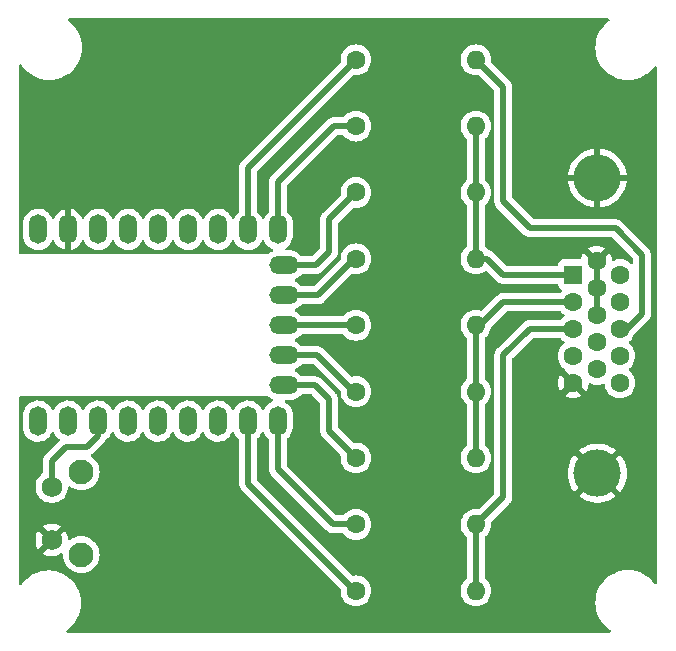
<source format=gbl>
%TF.GenerationSoftware,KiCad,Pcbnew,7.0.10*%
%TF.CreationDate,2024-01-29T00:07:58+11:00*%
%TF.ProjectId,RP2040-TestPatternGenerator,52503230-3430-42d5-9465-737450617474,rev?*%
%TF.SameCoordinates,Original*%
%TF.FileFunction,Copper,L2,Bot*%
%TF.FilePolarity,Positive*%
%FSLAX46Y46*%
G04 Gerber Fmt 4.6, Leading zero omitted, Abs format (unit mm)*
G04 Created by KiCad (PCBNEW 7.0.10) date 2024-01-29 00:07:58*
%MOMM*%
%LPD*%
G01*
G04 APERTURE LIST*
%TA.AperFunction,ComponentPad*%
%ADD10C,2.100000*%
%TD*%
%TA.AperFunction,ComponentPad*%
%ADD11C,1.750000*%
%TD*%
%TA.AperFunction,ComponentPad*%
%ADD12C,1.600000*%
%TD*%
%TA.AperFunction,ComponentPad*%
%ADD13O,1.600000X1.600000*%
%TD*%
%TA.AperFunction,ComponentPad*%
%ADD14C,4.000000*%
%TD*%
%TA.AperFunction,ComponentPad*%
%ADD15O,4.000000X4.000000*%
%TD*%
%TA.AperFunction,ComponentPad*%
%ADD16R,1.600000X1.600000*%
%TD*%
%TA.AperFunction,SMDPad,CuDef*%
%ADD17O,1.500000X2.500000*%
%TD*%
%TA.AperFunction,SMDPad,CuDef*%
%ADD18O,2.500000X1.500000*%
%TD*%
%TA.AperFunction,Conductor*%
%ADD19C,0.500000*%
%TD*%
G04 APERTURE END LIST*
D10*
%TO.P,SW1,*%
%TO.N,*%
X121265000Y-105400000D03*
X121265000Y-98390000D03*
D11*
%TO.P,SW1,1,1*%
%TO.N,Net-(U1-GND)*%
X118775000Y-104150000D03*
%TO.P,SW1,2,2*%
%TO.N,Net-(U1-2)*%
X118775000Y-99650000D03*
%TD*%
D12*
%TO.P,R8,1*%
%TO.N,Net-(U1-14)*%
X144526000Y-69119750D03*
D13*
%TO.P,R8,2*%
%TO.N,Net-(J1-Pad1)*%
X154686000Y-69119750D03*
%TD*%
D12*
%TO.P,R7,1*%
%TO.N,Net-(U1-13)*%
X144526000Y-74739500D03*
D13*
%TO.P,R7,2*%
%TO.N,Net-(J1-Pad1)*%
X154686000Y-74739500D03*
%TD*%
D12*
%TO.P,R3,1*%
%TO.N,Net-(U1-9)*%
X144526000Y-97218500D03*
D13*
%TO.P,R3,2*%
%TO.N,Net-(J1-Pad2)*%
X154686000Y-97218500D03*
%TD*%
D12*
%TO.P,R6,1*%
%TO.N,Net-(U1-12)*%
X144526000Y-80359250D03*
D13*
%TO.P,R6,2*%
%TO.N,Net-(J1-Pad1)*%
X154686000Y-80359250D03*
%TD*%
D12*
%TO.P,R9,1*%
%TO.N,Net-(U1-15)*%
X144526000Y-63500000D03*
D13*
%TO.P,R9,2*%
%TO.N,Net-(J1-Pad13)*%
X154686000Y-63500000D03*
%TD*%
D12*
%TO.P,R1,1*%
%TO.N,Net-(U1-7)*%
X144526000Y-108458000D03*
D13*
%TO.P,R1,2*%
%TO.N,Net-(J1-Pad3)*%
X154686000Y-108458000D03*
%TD*%
D12*
%TO.P,R5,1*%
%TO.N,Net-(U1-11)*%
X144526000Y-85979000D03*
D13*
%TO.P,R5,2*%
%TO.N,Net-(J1-Pad2)*%
X154686000Y-85979000D03*
%TD*%
D12*
%TO.P,R4,1*%
%TO.N,Net-(U1-10)*%
X144526000Y-91598750D03*
D13*
%TO.P,R4,2*%
%TO.N,Net-(J1-Pad2)*%
X154686000Y-91598750D03*
%TD*%
D14*
%TO.P,RGBS OUT,0*%
%TO.N,Net-(U1-GND)*%
X164968000Y-98515000D03*
D15*
X164968000Y-73515000D03*
D16*
%TO.P,RGBS OUT,1*%
%TO.N,Net-(J1-Pad1)*%
X162918000Y-81700000D03*
D12*
%TO.P,RGBS OUT,2*%
%TO.N,Net-(J1-Pad2)*%
X162918000Y-83990000D03*
%TO.P,RGBS OUT,3*%
%TO.N,Net-(J1-Pad3)*%
X162918000Y-86280000D03*
%TO.P,RGBS OUT,4*%
%TO.N,unconnected-(J1-Pad4)*%
X162918000Y-88570000D03*
%TO.P,RGBS OUT,5*%
%TO.N,Net-(U1-GND)*%
X162918000Y-90860000D03*
%TO.P,RGBS OUT,6*%
X164898000Y-80555000D03*
%TO.P,RGBS OUT,7*%
X164898000Y-82845000D03*
%TO.P,RGBS OUT,8*%
X164898000Y-85135000D03*
%TO.P,RGBS OUT,9*%
%TO.N,unconnected-(J1-Pad9)*%
X164898000Y-87425000D03*
%TO.P,RGBS OUT,10*%
%TO.N,unconnected-(J1-Pad10)*%
X164898000Y-89715000D03*
%TO.P,RGBS OUT,11*%
%TO.N,unconnected-(J1-Pad11)*%
X166878000Y-81700000D03*
%TO.P,RGBS OUT,12*%
%TO.N,unconnected-(J1-Pad12)*%
X166878000Y-83990000D03*
%TO.P,RGBS OUT,13*%
%TO.N,Net-(J1-Pad13)*%
X166878000Y-86280000D03*
%TO.P,RGBS OUT,14*%
%TO.N,unconnected-(J1-Pad14)*%
X166878000Y-88570000D03*
%TO.P,RGBS OUT,15*%
%TO.N,unconnected-(J1-Pad15)*%
X166878000Y-90860000D03*
%TD*%
%TO.P,R2,1*%
%TO.N,Net-(U1-8)*%
X144526000Y-102838250D03*
D13*
%TO.P,R2,2*%
%TO.N,Net-(J1-Pad3)*%
X154686000Y-102838250D03*
%TD*%
D17*
%TO.P,U1,1,0*%
%TO.N,unconnected-(U1-0-Pad1)*%
X117602000Y-94099000D03*
%TO.P,U1,2,1*%
%TO.N,unconnected-(U1-1-Pad2)*%
X120142000Y-94099000D03*
%TO.P,U1,3,2*%
%TO.N,Net-(U1-2)*%
X122682000Y-94099000D03*
%TO.P,U1,4,3*%
%TO.N,unconnected-(U1-3-Pad4)*%
X125222000Y-94099000D03*
%TO.P,U1,5,4*%
%TO.N,unconnected-(U1-4-Pad5)*%
X127762000Y-94099000D03*
%TO.P,U1,6,5*%
%TO.N,unconnected-(U1-5-Pad6)*%
X130302000Y-94099000D03*
%TO.P,U1,7,6*%
%TO.N,unconnected-(U1-6-Pad7)*%
X132842000Y-94099000D03*
%TO.P,U1,8,7*%
%TO.N,Net-(U1-7)*%
X135382000Y-94099000D03*
%TO.P,U1,9,8*%
%TO.N,Net-(U1-8)*%
X137922000Y-94099000D03*
D18*
%TO.P,U1,10,9*%
%TO.N,Net-(U1-9)*%
X138422000Y-91059000D03*
%TO.P,U1,11,10*%
%TO.N,Net-(U1-10)*%
X138422000Y-88519000D03*
%TO.P,U1,12,11*%
%TO.N,Net-(U1-11)*%
X138422000Y-85979000D03*
%TO.P,U1,13,12*%
%TO.N,Net-(U1-12)*%
X138422000Y-83439000D03*
%TO.P,U1,14,13*%
%TO.N,Net-(U1-13)*%
X138422000Y-80899000D03*
D17*
%TO.P,U1,15,14*%
%TO.N,Net-(U1-14)*%
X137922000Y-77859000D03*
%TO.P,U1,16,15*%
%TO.N,Net-(U1-15)*%
X135382000Y-77859000D03*
%TO.P,U1,17,26*%
%TO.N,unconnected-(U1-26-Pad17)*%
X132842000Y-77859000D03*
%TO.P,U1,18,27*%
%TO.N,unconnected-(U1-27-Pad18)*%
X130302000Y-77859000D03*
%TO.P,U1,19,28*%
%TO.N,unconnected-(U1-28-Pad19)*%
X127762000Y-77859000D03*
%TO.P,U1,20,29*%
%TO.N,unconnected-(U1-29-Pad20)*%
X125222000Y-77859000D03*
%TO.P,U1,21,3V3*%
%TO.N,unconnected-(U1-3V3-Pad21)*%
X122682000Y-77859000D03*
%TO.P,U1,22,GND*%
%TO.N,Net-(U1-GND)*%
X120142000Y-77859000D03*
%TO.P,U1,23,5V*%
%TO.N,unconnected-(U1-5V-Pad23)*%
X117602000Y-77859000D03*
%TD*%
D19*
%TO.N,Net-(U1-2)*%
X118775000Y-97525000D02*
X118775000Y-99650000D01*
X118750000Y-97500000D02*
X118775000Y-97525000D01*
X120000000Y-96250000D02*
X118750000Y-97500000D01*
X121750000Y-96250000D02*
X120000000Y-96250000D01*
X122682000Y-95318000D02*
X121750000Y-96250000D01*
X122682000Y-93599000D02*
X122682000Y-95318000D01*
%TO.N,Net-(J1-Pad1)*%
X154686000Y-74739500D02*
X154686000Y-80359250D01*
X154686000Y-69119750D02*
X154686000Y-74739500D01*
X155609250Y-80359250D02*
X154686000Y-80359250D01*
X162918000Y-81700000D02*
X156950000Y-81700000D01*
X156950000Y-81700000D02*
X155609250Y-80359250D01*
%TO.N,Net-(J1-Pad2)*%
X154686000Y-85979000D02*
X155021000Y-85979000D01*
X154686000Y-91598750D02*
X154686000Y-85979000D01*
X155021000Y-85979000D02*
X157010000Y-83990000D01*
X157010000Y-83990000D02*
X162918000Y-83990000D01*
X154686000Y-97218500D02*
X154686000Y-91598750D01*
%TO.N,Net-(J1-Pad3)*%
X154686000Y-108458000D02*
X154686000Y-102838250D01*
X157000000Y-88500000D02*
X159220000Y-86280000D01*
X154686000Y-102838250D02*
X157000000Y-100524250D01*
X159220000Y-86280000D02*
X162918000Y-86280000D01*
X157000000Y-100524250D02*
X157000000Y-88500000D01*
%TO.N,Net-(J1-Pad13)*%
X167470000Y-86280000D02*
X166878000Y-86280000D01*
X154686000Y-63500000D02*
X157000000Y-65814000D01*
X168750000Y-85000000D02*
X167470000Y-86280000D01*
X159250000Y-77750000D02*
X166500000Y-77750000D01*
X157000000Y-65814000D02*
X157000000Y-75500000D01*
X168750000Y-80000000D02*
X168750000Y-85000000D01*
X157000000Y-75500000D02*
X159250000Y-77750000D01*
X166500000Y-77750000D02*
X168750000Y-80000000D01*
%TO.N,Net-(U1-GND)*%
X164898000Y-82845000D02*
X164898000Y-85135000D01*
X164898000Y-80555000D02*
X164898000Y-82845000D01*
%TO.N,Net-(U1-7)*%
X135382000Y-93599000D02*
X135382000Y-99382000D01*
X144458000Y-108458000D02*
X144526000Y-108458000D01*
X135382000Y-99382000D02*
X144458000Y-108458000D01*
%TO.N,Net-(U1-8)*%
X137922000Y-98172000D02*
X137922000Y-93599000D01*
X142588250Y-102838250D02*
X137922000Y-98172000D01*
X144526000Y-102838250D02*
X142588250Y-102838250D01*
%TO.N,Net-(U1-12)*%
X141311000Y-83439000D02*
X144390750Y-80359250D01*
X137922000Y-83439000D02*
X141311000Y-83439000D01*
X144390750Y-80359250D02*
X144526000Y-80359250D01*
%TO.N,Net-(U1-13)*%
X142250000Y-79750000D02*
X142250000Y-77015500D01*
X141101000Y-80899000D02*
X142250000Y-79750000D01*
X142250000Y-77015500D02*
X144526000Y-74739500D01*
X137922000Y-80899000D02*
X141101000Y-80899000D01*
%TO.N,Net-(U1-14)*%
X137922000Y-73828000D02*
X142630250Y-69119750D01*
X137922000Y-78359000D02*
X137922000Y-73828000D01*
X142630250Y-69119750D02*
X144526000Y-69119750D01*
%TO.N,Net-(U1-9)*%
X137922000Y-91059000D02*
X141059000Y-91059000D01*
X141059000Y-91059000D02*
X142250000Y-92250000D01*
X142250000Y-92250000D02*
X142250000Y-94942500D01*
X142250000Y-94942500D02*
X144526000Y-97218500D01*
%TO.N,Net-(U1-10)*%
X144348750Y-91598750D02*
X144526000Y-91598750D01*
X141269000Y-88519000D02*
X144348750Y-91598750D01*
X137922000Y-88519000D02*
X141269000Y-88519000D01*
%TO.N,Net-(U1-11)*%
X137922000Y-85979000D02*
X144526000Y-85979000D01*
%TO.N,Net-(U1-15)*%
X135382000Y-78359000D02*
X135382000Y-72644000D01*
X135382000Y-72644000D02*
X144526000Y-63500000D01*
%TD*%
%TA.AperFunction,Conductor*%
%TO.N,Net-(U1-GND)*%
G36*
X165941278Y-60020185D02*
G01*
X165987033Y-60072989D01*
X165996977Y-60142147D01*
X165967952Y-60205703D01*
X165950712Y-60222111D01*
X165723844Y-60399850D01*
X165488064Y-60635630D01*
X165282422Y-60898112D01*
X165109909Y-61183484D01*
X165109908Y-61183486D01*
X164973056Y-61487559D01*
X164973050Y-61487574D01*
X164873857Y-61805900D01*
X164813747Y-62133903D01*
X164793615Y-62466741D01*
X164813747Y-62799578D01*
X164813747Y-62799583D01*
X164813748Y-62799584D01*
X164873855Y-63127573D01*
X164873856Y-63127577D01*
X164873857Y-63127581D01*
X164973050Y-63445907D01*
X164973054Y-63445919D01*
X164973057Y-63445926D01*
X165109910Y-63750000D01*
X165228697Y-63946497D01*
X165282422Y-64035369D01*
X165488064Y-64297851D01*
X165723844Y-64533631D01*
X165986326Y-64739273D01*
X165986331Y-64739276D01*
X165986335Y-64739279D01*
X166271696Y-64911786D01*
X166575770Y-65048639D01*
X166575783Y-65048643D01*
X166575788Y-65048645D01*
X166788005Y-65114773D01*
X166894123Y-65147841D01*
X167222112Y-65207948D01*
X167554955Y-65228081D01*
X167887798Y-65207948D01*
X168215787Y-65147841D01*
X168534140Y-65048639D01*
X168838214Y-64911786D01*
X169123575Y-64739279D01*
X169139583Y-64726738D01*
X169200156Y-64679281D01*
X169386062Y-64533634D01*
X169621848Y-64297848D01*
X169777889Y-64098676D01*
X169834729Y-64058043D01*
X169904513Y-64054591D01*
X169965086Y-64089415D01*
X169997216Y-64151459D01*
X169999500Y-64175149D01*
X169999500Y-107758332D01*
X169979815Y-107825371D01*
X169927011Y-107871126D01*
X169857853Y-107881070D01*
X169794297Y-107852045D01*
X169777889Y-107834805D01*
X169621845Y-107635630D01*
X169386065Y-107399850D01*
X169123583Y-107194208D01*
X169087452Y-107172366D01*
X168838214Y-107021696D01*
X168534140Y-106884843D01*
X168534133Y-106884840D01*
X168534121Y-106884836D01*
X168215795Y-106785643D01*
X168215791Y-106785642D01*
X168215787Y-106785641D01*
X167887798Y-106725534D01*
X167887797Y-106725533D01*
X167887792Y-106725533D01*
X167554955Y-106705401D01*
X167222117Y-106725533D01*
X167222112Y-106725534D01*
X166894123Y-106785641D01*
X166894120Y-106785641D01*
X166894114Y-106785643D01*
X166575788Y-106884836D01*
X166575772Y-106884842D01*
X166575770Y-106884843D01*
X166501874Y-106918101D01*
X166271700Y-107021694D01*
X166271698Y-107021695D01*
X165986326Y-107194208D01*
X165723844Y-107399850D01*
X165488064Y-107635630D01*
X165282422Y-107898112D01*
X165109909Y-108183484D01*
X165109908Y-108183486D01*
X164973056Y-108487559D01*
X164973050Y-108487574D01*
X164873857Y-108805900D01*
X164873855Y-108805906D01*
X164873855Y-108805909D01*
X164855788Y-108904496D01*
X164813747Y-109133903D01*
X164793615Y-109466741D01*
X164813747Y-109799578D01*
X164813747Y-109799583D01*
X164813748Y-109799584D01*
X164873855Y-110127573D01*
X164873856Y-110127577D01*
X164873857Y-110127581D01*
X164973050Y-110445907D01*
X164973054Y-110445919D01*
X164973057Y-110445926D01*
X165109910Y-110750000D01*
X165282417Y-111035361D01*
X165282422Y-111035369D01*
X165488064Y-111297851D01*
X165723844Y-111533631D01*
X165986326Y-111739273D01*
X165986331Y-111739276D01*
X165986335Y-111739279D01*
X166036135Y-111769384D01*
X166083322Y-111820911D01*
X166095160Y-111889771D01*
X166067891Y-111954099D01*
X166010172Y-111993473D01*
X165971984Y-111999500D01*
X120137738Y-111999500D01*
X120070699Y-111979815D01*
X120024944Y-111927011D01*
X120015000Y-111857853D01*
X120044025Y-111794297D01*
X120065699Y-111774885D01*
X120065671Y-111774849D01*
X120066225Y-111774414D01*
X120067317Y-111773437D01*
X120068610Y-111772544D01*
X120068620Y-111772538D01*
X120331107Y-111566893D01*
X120566893Y-111331107D01*
X120772538Y-111068620D01*
X120945045Y-110783259D01*
X121081898Y-110479185D01*
X121181100Y-110160832D01*
X121241207Y-109832843D01*
X121261340Y-109500000D01*
X121241207Y-109167157D01*
X121181100Y-108839168D01*
X121081898Y-108520815D01*
X120945045Y-108216741D01*
X120772538Y-107931380D01*
X120772535Y-107931376D01*
X120772532Y-107931371D01*
X120566890Y-107668889D01*
X120331110Y-107433109D01*
X120068628Y-107227467D01*
X120013611Y-107194208D01*
X119783259Y-107054955D01*
X119479185Y-106918102D01*
X119479178Y-106918099D01*
X119479166Y-106918095D01*
X119160840Y-106818902D01*
X119160836Y-106818901D01*
X119160832Y-106818900D01*
X118832843Y-106758793D01*
X118832842Y-106758792D01*
X118832837Y-106758792D01*
X118500000Y-106738660D01*
X118167162Y-106758792D01*
X118167157Y-106758793D01*
X117839168Y-106818900D01*
X117839165Y-106818900D01*
X117839159Y-106818902D01*
X117520833Y-106918095D01*
X117520817Y-106918101D01*
X117520815Y-106918102D01*
X117438178Y-106955294D01*
X117216745Y-107054953D01*
X117216743Y-107054954D01*
X116931371Y-107227467D01*
X116668889Y-107433109D01*
X116433109Y-107668889D01*
X116227461Y-107931379D01*
X116226556Y-107932692D01*
X116226220Y-107932964D01*
X116225151Y-107934329D01*
X116224838Y-107934084D01*
X116172277Y-107976687D01*
X116102829Y-107984353D01*
X116040261Y-107953255D01*
X116004439Y-107893267D01*
X116000500Y-107862261D01*
X116000500Y-104150006D01*
X117395288Y-104150006D01*
X117414103Y-104377085D01*
X117414105Y-104377093D01*
X117470045Y-104597993D01*
X117561579Y-104806669D01*
X117641874Y-104929570D01*
X118295951Y-104275495D01*
X118320102Y-104357745D01*
X118397057Y-104477489D01*
X118504631Y-104570702D01*
X118634108Y-104629833D01*
X118646882Y-104631669D01*
X117994015Y-105284536D01*
X117994015Y-105284538D01*
X118020360Y-105305043D01*
X118020371Y-105305050D01*
X118220769Y-105413499D01*
X118220780Y-105413504D01*
X118436298Y-105487492D01*
X118661065Y-105525000D01*
X118888935Y-105525000D01*
X119113701Y-105487492D01*
X119329219Y-105413504D01*
X119329230Y-105413499D01*
X119527506Y-105306199D01*
X119595834Y-105291604D01*
X119661206Y-105316267D01*
X119702867Y-105372358D01*
X119710140Y-105405523D01*
X119710769Y-105413504D01*
X119728853Y-105643297D01*
X119785830Y-105880619D01*
X119879222Y-106106089D01*
X120006737Y-106314173D01*
X120006738Y-106314176D01*
X120006741Y-106314179D01*
X120165241Y-106499759D01*
X120308897Y-106622453D01*
X120350823Y-106658261D01*
X120350826Y-106658262D01*
X120558910Y-106785777D01*
X120784381Y-106879169D01*
X120784378Y-106879169D01*
X120784384Y-106879170D01*
X120784388Y-106879172D01*
X121021698Y-106936146D01*
X121265000Y-106955294D01*
X121508302Y-106936146D01*
X121745612Y-106879172D01*
X121971089Y-106785777D01*
X122179179Y-106658259D01*
X122364759Y-106499759D01*
X122523259Y-106314179D01*
X122650777Y-106106089D01*
X122744172Y-105880612D01*
X122801146Y-105643302D01*
X122820294Y-105400000D01*
X122801146Y-105156698D01*
X122744172Y-104919388D01*
X122650777Y-104693911D01*
X122650777Y-104693910D01*
X122523262Y-104485826D01*
X122523261Y-104485823D01*
X122487453Y-104443897D01*
X122364759Y-104300241D01*
X122200072Y-104159585D01*
X122179176Y-104141738D01*
X122179173Y-104141737D01*
X121971089Y-104014222D01*
X121745618Y-103920830D01*
X121745621Y-103920830D01*
X121639992Y-103895470D01*
X121508302Y-103863854D01*
X121508300Y-103863853D01*
X121508297Y-103863853D01*
X121265000Y-103844706D01*
X121021702Y-103863853D01*
X120784380Y-103920830D01*
X120558910Y-104014222D01*
X120350826Y-104141737D01*
X120346885Y-104144601D01*
X120346214Y-104143677D01*
X120287363Y-104170035D01*
X120218280Y-104159585D01*
X120165812Y-104113444D01*
X120147039Y-104057410D01*
X120135894Y-103922905D01*
X120079954Y-103702006D01*
X119988421Y-103493333D01*
X119908123Y-103370427D01*
X119254048Y-104024503D01*
X119229898Y-103942255D01*
X119152943Y-103822511D01*
X119045369Y-103729298D01*
X118915892Y-103670167D01*
X118903117Y-103668330D01*
X119555983Y-103015462D01*
X119529626Y-102994948D01*
X119329230Y-102886500D01*
X119329219Y-102886495D01*
X119113701Y-102812507D01*
X118888935Y-102775000D01*
X118661065Y-102775000D01*
X118436298Y-102812507D01*
X118220780Y-102886495D01*
X118220769Y-102886500D01*
X118020366Y-102994952D01*
X117994015Y-103015461D01*
X117994015Y-103015463D01*
X118646883Y-103668330D01*
X118634108Y-103670167D01*
X118504631Y-103729298D01*
X118397057Y-103822511D01*
X118320102Y-103942255D01*
X118295951Y-104024504D01*
X117641874Y-103370427D01*
X117561579Y-103493330D01*
X117470045Y-103702006D01*
X117414105Y-103922906D01*
X117414103Y-103922914D01*
X117395288Y-104149993D01*
X117395288Y-104150006D01*
X116000500Y-104150006D01*
X116000500Y-92103500D01*
X116020185Y-92036461D01*
X116072989Y-91990706D01*
X116124500Y-91979500D01*
X136987240Y-91979500D01*
X136987381Y-91979528D01*
X136987382Y-91979524D01*
X137011999Y-91979540D01*
X137012000Y-91979541D01*
X137012000Y-91979540D01*
X137028570Y-91979552D01*
X137095596Y-91999282D01*
X137110068Y-92010168D01*
X137184004Y-92074765D01*
X137377236Y-92190215D01*
X137432389Y-92210914D01*
X137488237Y-92252900D01*
X137512520Y-92318414D01*
X137497529Y-92386656D01*
X137448022Y-92435960D01*
X137433593Y-92442162D01*
X137433651Y-92442297D01*
X137428536Y-92444482D01*
X137230321Y-92551146D01*
X137230318Y-92551148D01*
X137054336Y-92691489D01*
X136906236Y-92861003D01*
X136790787Y-93054232D01*
X136790782Y-93054241D01*
X136768691Y-93113102D01*
X136726705Y-93168950D01*
X136661191Y-93193232D01*
X136592949Y-93178240D01*
X136543645Y-93128733D01*
X136540899Y-93123373D01*
X136459829Y-92955027D01*
X136365714Y-92825489D01*
X136327526Y-92772927D01*
X136327525Y-92772925D01*
X136164823Y-92617366D01*
X135976966Y-92493363D01*
X135769995Y-92404899D01*
X135769982Y-92404895D01*
X135550542Y-92354810D01*
X135550538Y-92354809D01*
X135550537Y-92354809D01*
X135550536Y-92354808D01*
X135550531Y-92354808D01*
X135325674Y-92344710D01*
X135325673Y-92344710D01*
X135325670Y-92344710D01*
X135102613Y-92374925D01*
X135102610Y-92374925D01*
X135102609Y-92374926D01*
X134888534Y-92444483D01*
X134690321Y-92551146D01*
X134690318Y-92551148D01*
X134514336Y-92691489D01*
X134366236Y-92861003D01*
X134250787Y-93054232D01*
X134250782Y-93054241D01*
X134228691Y-93113102D01*
X134186705Y-93168950D01*
X134121191Y-93193232D01*
X134052949Y-93178240D01*
X134003645Y-93128733D01*
X134000899Y-93123373D01*
X133919829Y-92955027D01*
X133825714Y-92825489D01*
X133787526Y-92772927D01*
X133787525Y-92772925D01*
X133624823Y-92617366D01*
X133436966Y-92493363D01*
X133229995Y-92404899D01*
X133229982Y-92404895D01*
X133010542Y-92354810D01*
X133010538Y-92354809D01*
X133010537Y-92354809D01*
X133010536Y-92354808D01*
X133010531Y-92354808D01*
X132785674Y-92344710D01*
X132785673Y-92344710D01*
X132785670Y-92344710D01*
X132562613Y-92374925D01*
X132562610Y-92374925D01*
X132562609Y-92374926D01*
X132348534Y-92444483D01*
X132150321Y-92551146D01*
X132150318Y-92551148D01*
X131974336Y-92691489D01*
X131826236Y-92861003D01*
X131710787Y-93054232D01*
X131710782Y-93054241D01*
X131688691Y-93113102D01*
X131646705Y-93168950D01*
X131581191Y-93193232D01*
X131512949Y-93178240D01*
X131463645Y-93128733D01*
X131460899Y-93123373D01*
X131379829Y-92955027D01*
X131285714Y-92825489D01*
X131247526Y-92772927D01*
X131247525Y-92772925D01*
X131084823Y-92617366D01*
X130896966Y-92493363D01*
X130689995Y-92404899D01*
X130689982Y-92404895D01*
X130470542Y-92354810D01*
X130470538Y-92354809D01*
X130470537Y-92354809D01*
X130470536Y-92354808D01*
X130470531Y-92354808D01*
X130245674Y-92344710D01*
X130245673Y-92344710D01*
X130245670Y-92344710D01*
X130022613Y-92374925D01*
X130022610Y-92374925D01*
X130022609Y-92374926D01*
X129808534Y-92444483D01*
X129610321Y-92551146D01*
X129610318Y-92551148D01*
X129434336Y-92691489D01*
X129286236Y-92861003D01*
X129170787Y-93054232D01*
X129170782Y-93054241D01*
X129148691Y-93113102D01*
X129106705Y-93168950D01*
X129041191Y-93193232D01*
X128972949Y-93178240D01*
X128923645Y-93128733D01*
X128920899Y-93123373D01*
X128839829Y-92955027D01*
X128745714Y-92825489D01*
X128707526Y-92772927D01*
X128707525Y-92772925D01*
X128544823Y-92617366D01*
X128356966Y-92493363D01*
X128149995Y-92404899D01*
X128149982Y-92404895D01*
X127930542Y-92354810D01*
X127930538Y-92354809D01*
X127930537Y-92354809D01*
X127930536Y-92354808D01*
X127930531Y-92354808D01*
X127705674Y-92344710D01*
X127705673Y-92344710D01*
X127705670Y-92344710D01*
X127482613Y-92374925D01*
X127482610Y-92374925D01*
X127482609Y-92374926D01*
X127268534Y-92444483D01*
X127070321Y-92551146D01*
X127070318Y-92551148D01*
X126894336Y-92691489D01*
X126746236Y-92861003D01*
X126630787Y-93054232D01*
X126630782Y-93054241D01*
X126608691Y-93113102D01*
X126566705Y-93168950D01*
X126501191Y-93193232D01*
X126432949Y-93178240D01*
X126383645Y-93128733D01*
X126380899Y-93123373D01*
X126299829Y-92955027D01*
X126205714Y-92825489D01*
X126167526Y-92772927D01*
X126167525Y-92772925D01*
X126004823Y-92617366D01*
X125816966Y-92493363D01*
X125609995Y-92404899D01*
X125609982Y-92404895D01*
X125390542Y-92354810D01*
X125390538Y-92354809D01*
X125390537Y-92354809D01*
X125390536Y-92354808D01*
X125390531Y-92354808D01*
X125165674Y-92344710D01*
X125165673Y-92344710D01*
X125165670Y-92344710D01*
X124942613Y-92374925D01*
X124942610Y-92374925D01*
X124942609Y-92374926D01*
X124728534Y-92444483D01*
X124530321Y-92551146D01*
X124530318Y-92551148D01*
X124354336Y-92691489D01*
X124206236Y-92861003D01*
X124090787Y-93054232D01*
X124090782Y-93054241D01*
X124068691Y-93113102D01*
X124026705Y-93168950D01*
X123961191Y-93193232D01*
X123892949Y-93178240D01*
X123843645Y-93128733D01*
X123840899Y-93123373D01*
X123759829Y-92955027D01*
X123665714Y-92825489D01*
X123627526Y-92772927D01*
X123627525Y-92772925D01*
X123464823Y-92617366D01*
X123276966Y-92493363D01*
X123069995Y-92404899D01*
X123069982Y-92404895D01*
X122850542Y-92354810D01*
X122850538Y-92354809D01*
X122850537Y-92354809D01*
X122850536Y-92354808D01*
X122850531Y-92354808D01*
X122625674Y-92344710D01*
X122625673Y-92344710D01*
X122625670Y-92344710D01*
X122402613Y-92374925D01*
X122402610Y-92374925D01*
X122402609Y-92374926D01*
X122188534Y-92444483D01*
X121990321Y-92551146D01*
X121990318Y-92551148D01*
X121814336Y-92691489D01*
X121666236Y-92861003D01*
X121550787Y-93054232D01*
X121550782Y-93054241D01*
X121528691Y-93113102D01*
X121486705Y-93168950D01*
X121421191Y-93193232D01*
X121352949Y-93178240D01*
X121303645Y-93128733D01*
X121300899Y-93123373D01*
X121219829Y-92955027D01*
X121125714Y-92825489D01*
X121087526Y-92772927D01*
X121087525Y-92772925D01*
X120924823Y-92617366D01*
X120736966Y-92493363D01*
X120529995Y-92404899D01*
X120529982Y-92404895D01*
X120310542Y-92354810D01*
X120310538Y-92354809D01*
X120310537Y-92354809D01*
X120310536Y-92354808D01*
X120310531Y-92354808D01*
X120085674Y-92344710D01*
X120085673Y-92344710D01*
X120085670Y-92344710D01*
X119862613Y-92374925D01*
X119862610Y-92374925D01*
X119862609Y-92374926D01*
X119648534Y-92444483D01*
X119450321Y-92551146D01*
X119450318Y-92551148D01*
X119274336Y-92691489D01*
X119126236Y-92861003D01*
X119010787Y-93054232D01*
X119010782Y-93054241D01*
X118988691Y-93113102D01*
X118946705Y-93168950D01*
X118881191Y-93193232D01*
X118812949Y-93178240D01*
X118763645Y-93128733D01*
X118760899Y-93123373D01*
X118679829Y-92955027D01*
X118585714Y-92825489D01*
X118547526Y-92772927D01*
X118547525Y-92772925D01*
X118384823Y-92617366D01*
X118196966Y-92493363D01*
X117989995Y-92404899D01*
X117989982Y-92404895D01*
X117770542Y-92354810D01*
X117770538Y-92354809D01*
X117770537Y-92354809D01*
X117770536Y-92354808D01*
X117770531Y-92354808D01*
X117545674Y-92344710D01*
X117545673Y-92344710D01*
X117545670Y-92344710D01*
X117322613Y-92374925D01*
X117322610Y-92374925D01*
X117322609Y-92374926D01*
X117108534Y-92444483D01*
X116910321Y-92551146D01*
X116910318Y-92551148D01*
X116734336Y-92691489D01*
X116586236Y-92861003D01*
X116470787Y-93054232D01*
X116470786Y-93054234D01*
X116391692Y-93264976D01*
X116351500Y-93486450D01*
X116351500Y-94655151D01*
X116366622Y-94823186D01*
X116366623Y-94823192D01*
X116426503Y-95040160D01*
X116426508Y-95040173D01*
X116524167Y-95242966D01*
X116524171Y-95242974D01*
X116656473Y-95425072D01*
X116656474Y-95425074D01*
X116656477Y-95425077D01*
X116656478Y-95425078D01*
X116741647Y-95506508D01*
X116819176Y-95580633D01*
X117007033Y-95704636D01*
X117214004Y-95793100D01*
X117214007Y-95793101D01*
X117214012Y-95793103D01*
X117433463Y-95843191D01*
X117658330Y-95853290D01*
X117881387Y-95823075D01*
X118095464Y-95753517D01*
X118293681Y-95646852D01*
X118469666Y-95506508D01*
X118617765Y-95336996D01*
X118733215Y-95143764D01*
X118755307Y-95084897D01*
X118797292Y-95029051D01*
X118862806Y-95004767D01*
X118931048Y-95019758D01*
X118980353Y-95069264D01*
X118983120Y-95074668D01*
X119064167Y-95242966D01*
X119064171Y-95242974D01*
X119196473Y-95425072D01*
X119196474Y-95425074D01*
X119196477Y-95425077D01*
X119196478Y-95425078D01*
X119359175Y-95580632D01*
X119382238Y-95595856D01*
X119427342Y-95649212D01*
X119436440Y-95718487D01*
X119406641Y-95781684D01*
X119401608Y-95787023D01*
X118237309Y-96951321D01*
X118232065Y-96956269D01*
X118185543Y-96997671D01*
X118185541Y-96997673D01*
X118149827Y-97048678D01*
X118145523Y-97054459D01*
X118106890Y-97103321D01*
X118106888Y-97103322D01*
X118102144Y-97113496D01*
X118091348Y-97132195D01*
X118084912Y-97141387D01*
X118061927Y-97199243D01*
X118059072Y-97205862D01*
X118032742Y-97262329D01*
X118032741Y-97262331D01*
X118030472Y-97273320D01*
X118024279Y-97294006D01*
X118020138Y-97304431D01*
X118020137Y-97304435D01*
X118011111Y-97366050D01*
X118009859Y-97373150D01*
X117997267Y-97434133D01*
X117997266Y-97434143D01*
X117997592Y-97445365D01*
X117996335Y-97466929D01*
X117994711Y-97478014D01*
X117994711Y-97478023D01*
X118000136Y-97540039D01*
X118000555Y-97547235D01*
X118002368Y-97609509D01*
X118002369Y-97609514D01*
X118005270Y-97620340D01*
X118009023Y-97641625D01*
X118010000Y-97652796D01*
X118010000Y-97652798D01*
X118018205Y-97677556D01*
X118024500Y-97716562D01*
X118024500Y-98430482D01*
X118004815Y-98497521D01*
X117976663Y-98528335D01*
X117840208Y-98634542D01*
X117685814Y-98802257D01*
X117561137Y-98993091D01*
X117469569Y-99201844D01*
X117413610Y-99422820D01*
X117413608Y-99422831D01*
X117394786Y-99649993D01*
X117394786Y-99650006D01*
X117413608Y-99877168D01*
X117413610Y-99877179D01*
X117469569Y-100098155D01*
X117561137Y-100306908D01*
X117685814Y-100497742D01*
X117840208Y-100665458D01*
X117840212Y-100665461D01*
X118020090Y-100805466D01*
X118020094Y-100805469D01*
X118020096Y-100805470D01*
X118020099Y-100805472D01*
X118101809Y-100849691D01*
X118220574Y-100913963D01*
X118332529Y-100952397D01*
X118436173Y-100987979D01*
X118436175Y-100987979D01*
X118436177Y-100987980D01*
X118661023Y-101025500D01*
X118661024Y-101025500D01*
X118888976Y-101025500D01*
X118888977Y-101025500D01*
X119113823Y-100987980D01*
X119329426Y-100913963D01*
X119529906Y-100805469D01*
X119709794Y-100665456D01*
X119864183Y-100497745D01*
X119988862Y-100306909D01*
X120080430Y-100098155D01*
X120136390Y-99877176D01*
X120148282Y-99733647D01*
X120173436Y-99668465D01*
X120229838Y-99627226D01*
X120299581Y-99623028D01*
X120346122Y-99646448D01*
X120346885Y-99645399D01*
X120350816Y-99648254D01*
X120350821Y-99648259D01*
X120350826Y-99648262D01*
X120558910Y-99775777D01*
X120585583Y-99786825D01*
X120758548Y-99858469D01*
X120784381Y-99869169D01*
X120784378Y-99869169D01*
X120784384Y-99869170D01*
X120784388Y-99869172D01*
X121021698Y-99926146D01*
X121265000Y-99945294D01*
X121508302Y-99926146D01*
X121745612Y-99869172D01*
X121971089Y-99775777D01*
X122179179Y-99648259D01*
X122364759Y-99489759D01*
X122523259Y-99304179D01*
X122650777Y-99096089D01*
X122744172Y-98870612D01*
X122801146Y-98633302D01*
X122820294Y-98390000D01*
X122801146Y-98146698D01*
X122744172Y-97909388D01*
X122736987Y-97892041D01*
X122650777Y-97683910D01*
X122523262Y-97475826D01*
X122523261Y-97475823D01*
X122487453Y-97433897D01*
X122364759Y-97290241D01*
X122242063Y-97185449D01*
X122179176Y-97131738D01*
X122179173Y-97131737D01*
X122136512Y-97105594D01*
X122089637Y-97053782D01*
X122078214Y-96984853D01*
X122105871Y-96920690D01*
X122133154Y-96896272D01*
X122151867Y-96883964D01*
X122154731Y-96882140D01*
X122218656Y-96842712D01*
X122218662Y-96842705D01*
X122224325Y-96838229D01*
X122224363Y-96838277D01*
X122230200Y-96833522D01*
X122230161Y-96833475D01*
X122235691Y-96828833D01*
X122235696Y-96828830D01*
X122287184Y-96774254D01*
X122289631Y-96771735D01*
X123167642Y-95893724D01*
X123181271Y-95881947D01*
X123200530Y-95867610D01*
X123212546Y-95853289D01*
X123232360Y-95829676D01*
X123239677Y-95821691D01*
X123243587Y-95817781D01*
X123243587Y-95817780D01*
X123243591Y-95817777D01*
X123262833Y-95793438D01*
X123265069Y-95790693D01*
X123313302Y-95733214D01*
X123313307Y-95733203D01*
X123317274Y-95727175D01*
X123317324Y-95727208D01*
X123321370Y-95720856D01*
X123321319Y-95720824D01*
X123325102Y-95714687D01*
X123325111Y-95714677D01*
X123334403Y-95694748D01*
X123369472Y-95650208D01*
X123373678Y-95646853D01*
X123373681Y-95646852D01*
X123549666Y-95506508D01*
X123697765Y-95336996D01*
X123813215Y-95143764D01*
X123835307Y-95084897D01*
X123877292Y-95029051D01*
X123942806Y-95004767D01*
X124011048Y-95019758D01*
X124060353Y-95069264D01*
X124063120Y-95074668D01*
X124144167Y-95242966D01*
X124144171Y-95242974D01*
X124276473Y-95425072D01*
X124276474Y-95425074D01*
X124276477Y-95425077D01*
X124276478Y-95425078D01*
X124361647Y-95506508D01*
X124439176Y-95580633D01*
X124627033Y-95704636D01*
X124834004Y-95793100D01*
X124834007Y-95793101D01*
X124834012Y-95793103D01*
X125053463Y-95843191D01*
X125278330Y-95853290D01*
X125501387Y-95823075D01*
X125715464Y-95753517D01*
X125913681Y-95646852D01*
X126089666Y-95506508D01*
X126237765Y-95336996D01*
X126353215Y-95143764D01*
X126375307Y-95084897D01*
X126417292Y-95029051D01*
X126482806Y-95004767D01*
X126551048Y-95019758D01*
X126600353Y-95069264D01*
X126603120Y-95074668D01*
X126684167Y-95242966D01*
X126684171Y-95242974D01*
X126816473Y-95425072D01*
X126816474Y-95425074D01*
X126816477Y-95425077D01*
X126816478Y-95425078D01*
X126901647Y-95506508D01*
X126979176Y-95580633D01*
X127167033Y-95704636D01*
X127374004Y-95793100D01*
X127374007Y-95793101D01*
X127374012Y-95793103D01*
X127593463Y-95843191D01*
X127818330Y-95853290D01*
X128041387Y-95823075D01*
X128255464Y-95753517D01*
X128453681Y-95646852D01*
X128629666Y-95506508D01*
X128777765Y-95336996D01*
X128893215Y-95143764D01*
X128915307Y-95084897D01*
X128957292Y-95029051D01*
X129022806Y-95004767D01*
X129091048Y-95019758D01*
X129140353Y-95069264D01*
X129143120Y-95074668D01*
X129224167Y-95242966D01*
X129224171Y-95242974D01*
X129356473Y-95425072D01*
X129356474Y-95425074D01*
X129356477Y-95425077D01*
X129356478Y-95425078D01*
X129441647Y-95506508D01*
X129519176Y-95580633D01*
X129707033Y-95704636D01*
X129914004Y-95793100D01*
X129914007Y-95793101D01*
X129914012Y-95793103D01*
X130133463Y-95843191D01*
X130358330Y-95853290D01*
X130581387Y-95823075D01*
X130795464Y-95753517D01*
X130993681Y-95646852D01*
X131169666Y-95506508D01*
X131317765Y-95336996D01*
X131433215Y-95143764D01*
X131455307Y-95084897D01*
X131497292Y-95029051D01*
X131562806Y-95004767D01*
X131631048Y-95019758D01*
X131680353Y-95069264D01*
X131683120Y-95074668D01*
X131764167Y-95242966D01*
X131764171Y-95242974D01*
X131896473Y-95425072D01*
X131896474Y-95425074D01*
X131896477Y-95425077D01*
X131896478Y-95425078D01*
X131981647Y-95506508D01*
X132059176Y-95580633D01*
X132247033Y-95704636D01*
X132454004Y-95793100D01*
X132454007Y-95793101D01*
X132454012Y-95793103D01*
X132673463Y-95843191D01*
X132898330Y-95853290D01*
X133121387Y-95823075D01*
X133335464Y-95753517D01*
X133533681Y-95646852D01*
X133709666Y-95506508D01*
X133857765Y-95336996D01*
X133973215Y-95143764D01*
X133995307Y-95084897D01*
X134037292Y-95029051D01*
X134102806Y-95004767D01*
X134171048Y-95019758D01*
X134220353Y-95069264D01*
X134223120Y-95074668D01*
X134304167Y-95242966D01*
X134304171Y-95242974D01*
X134436473Y-95425072D01*
X134436475Y-95425074D01*
X134436478Y-95425078D01*
X134593191Y-95574911D01*
X134628044Y-95635466D01*
X134631500Y-95664537D01*
X134631500Y-99318294D01*
X134630191Y-99336263D01*
X134626710Y-99360025D01*
X134631028Y-99409368D01*
X134631500Y-99420176D01*
X134631500Y-99425711D01*
X134635098Y-99456495D01*
X134635464Y-99460083D01*
X134642000Y-99534791D01*
X134643461Y-99541867D01*
X134643403Y-99541878D01*
X134645034Y-99549237D01*
X134645092Y-99549224D01*
X134646757Y-99556249D01*
X134646758Y-99556254D01*
X134646759Y-99556255D01*
X134671061Y-99623028D01*
X134672400Y-99626705D01*
X134673582Y-99630107D01*
X134697182Y-99701326D01*
X134700236Y-99707874D01*
X134700182Y-99707898D01*
X134703470Y-99714688D01*
X134703521Y-99714663D01*
X134706761Y-99721114D01*
X134747979Y-99783784D01*
X134749889Y-99786782D01*
X134780972Y-99837174D01*
X134789289Y-99850658D01*
X134793766Y-99856319D01*
X134793719Y-99856356D01*
X134798482Y-99862202D01*
X134798528Y-99862164D01*
X134803173Y-99867699D01*
X134857708Y-99919150D01*
X134860296Y-99921664D01*
X143193812Y-108255179D01*
X143227297Y-108316502D01*
X143229659Y-108353666D01*
X143220532Y-108457996D01*
X143220532Y-108458001D01*
X143240364Y-108684686D01*
X143240366Y-108684697D01*
X143299258Y-108904488D01*
X143299261Y-108904497D01*
X143395431Y-109110732D01*
X143395432Y-109110734D01*
X143525954Y-109297141D01*
X143686858Y-109458045D01*
X143686861Y-109458047D01*
X143873266Y-109588568D01*
X144079504Y-109684739D01*
X144299308Y-109743635D01*
X144461230Y-109757801D01*
X144525998Y-109763468D01*
X144526000Y-109763468D01*
X144526002Y-109763468D01*
X144582673Y-109758509D01*
X144752692Y-109743635D01*
X144972496Y-109684739D01*
X145178734Y-109588568D01*
X145365139Y-109458047D01*
X145526047Y-109297139D01*
X145656568Y-109110734D01*
X145752739Y-108904496D01*
X145811635Y-108684692D01*
X145831468Y-108458001D01*
X153380532Y-108458001D01*
X153400364Y-108684686D01*
X153400366Y-108684697D01*
X153459258Y-108904488D01*
X153459261Y-108904497D01*
X153555431Y-109110732D01*
X153555432Y-109110734D01*
X153685954Y-109297141D01*
X153846858Y-109458045D01*
X153846861Y-109458047D01*
X154033266Y-109588568D01*
X154239504Y-109684739D01*
X154459308Y-109743635D01*
X154621230Y-109757801D01*
X154685998Y-109763468D01*
X154686000Y-109763468D01*
X154686002Y-109763468D01*
X154742673Y-109758509D01*
X154912692Y-109743635D01*
X155132496Y-109684739D01*
X155338734Y-109588568D01*
X155525139Y-109458047D01*
X155686047Y-109297139D01*
X155816568Y-109110734D01*
X155912739Y-108904496D01*
X155971635Y-108684692D01*
X155991468Y-108458000D01*
X155971635Y-108231308D01*
X155912739Y-108011504D01*
X155816568Y-107805266D01*
X155751307Y-107712063D01*
X155686048Y-107618862D01*
X155686044Y-107618858D01*
X155525139Y-107457953D01*
X155520373Y-107454615D01*
X155489375Y-107432910D01*
X155445751Y-107378332D01*
X155436500Y-107331336D01*
X155436500Y-103964912D01*
X155456185Y-103897873D01*
X155489379Y-103863336D01*
X155525140Y-103838296D01*
X155686045Y-103677391D01*
X155686047Y-103677389D01*
X155816568Y-103490984D01*
X155912739Y-103284746D01*
X155971635Y-103064942D01*
X155991468Y-102838250D01*
X155976869Y-102671387D01*
X155990635Y-102602889D01*
X156012713Y-102572903D01*
X157485638Y-101099977D01*
X157499267Y-101088200D01*
X157518530Y-101073860D01*
X157550366Y-101035919D01*
X157557683Y-101027934D01*
X157558993Y-101026622D01*
X157561590Y-101024027D01*
X157580811Y-100999717D01*
X157583094Y-100996914D01*
X157631301Y-100939465D01*
X157635272Y-100933429D01*
X157635323Y-100933462D01*
X157639369Y-100927110D01*
X157639317Y-100927078D01*
X157643105Y-100920933D01*
X157643111Y-100920927D01*
X157674829Y-100852905D01*
X157676369Y-100849726D01*
X157710040Y-100782683D01*
X157710043Y-100782667D01*
X157712510Y-100775894D01*
X157712568Y-100775915D01*
X157715043Y-100768796D01*
X157714985Y-100768777D01*
X157717255Y-100761927D01*
X157717256Y-100761923D01*
X157732431Y-100688421D01*
X157733186Y-100685017D01*
X157750500Y-100611971D01*
X157750500Y-100611969D01*
X157750501Y-100611965D01*
X157751339Y-100604798D01*
X157751397Y-100604804D01*
X157752164Y-100597306D01*
X157752104Y-100597301D01*
X157752733Y-100590110D01*
X157750552Y-100515139D01*
X157750500Y-100511533D01*
X157750500Y-98515005D01*
X162463057Y-98515005D01*
X162482807Y-98828942D01*
X162482808Y-98828949D01*
X162541755Y-99137958D01*
X162638963Y-99437132D01*
X162638965Y-99437137D01*
X162772900Y-99721761D01*
X162772903Y-99721767D01*
X162941457Y-99987367D01*
X162941460Y-99987371D01*
X163032286Y-100097160D01*
X164368000Y-98761446D01*
X164368000Y-99468551D01*
X163382971Y-100453579D01*
X163382972Y-100453581D01*
X163625772Y-100629985D01*
X163625790Y-100629996D01*
X163901447Y-100781540D01*
X163901455Y-100781544D01*
X164193926Y-100897340D01*
X164498620Y-100975573D01*
X164498629Y-100975575D01*
X164810701Y-101014999D01*
X164810715Y-101015000D01*
X165125285Y-101015000D01*
X165125298Y-101014999D01*
X165437370Y-100975575D01*
X165437379Y-100975573D01*
X165742073Y-100897340D01*
X166034544Y-100781544D01*
X166034552Y-100781540D01*
X166310209Y-100629996D01*
X166310219Y-100629990D01*
X166553026Y-100453579D01*
X166553027Y-100453579D01*
X165568000Y-99468552D01*
X165568000Y-98761447D01*
X166903712Y-100097160D01*
X166994544Y-99987364D01*
X167163096Y-99721767D01*
X167163099Y-99721761D01*
X167297034Y-99437137D01*
X167297036Y-99437132D01*
X167394244Y-99137958D01*
X167453191Y-98828949D01*
X167453192Y-98828942D01*
X167472943Y-98515005D01*
X167472943Y-98514994D01*
X167453192Y-98201057D01*
X167453191Y-98201050D01*
X167394244Y-97892041D01*
X167297036Y-97592867D01*
X167297034Y-97592862D01*
X167163099Y-97308238D01*
X167163096Y-97308232D01*
X166994542Y-97042632D01*
X166994539Y-97042628D01*
X166903712Y-96932838D01*
X165568000Y-98268551D01*
X165568000Y-97561447D01*
X166553027Y-96576419D01*
X166553026Y-96576417D01*
X166310227Y-96400014D01*
X166310209Y-96400003D01*
X166034552Y-96248459D01*
X166034544Y-96248455D01*
X165742073Y-96132659D01*
X165437379Y-96054426D01*
X165437370Y-96054424D01*
X165125298Y-96015000D01*
X164810701Y-96015000D01*
X164498629Y-96054424D01*
X164498620Y-96054426D01*
X164193926Y-96132659D01*
X163901455Y-96248455D01*
X163901447Y-96248459D01*
X163625787Y-96400004D01*
X163625782Y-96400007D01*
X163382972Y-96576418D01*
X163382971Y-96576419D01*
X164368000Y-97561447D01*
X164368000Y-98268552D01*
X163032286Y-96932838D01*
X163032285Y-96932838D01*
X162941459Y-97042629D01*
X162941457Y-97042632D01*
X162772903Y-97308232D01*
X162772900Y-97308238D01*
X162638965Y-97592862D01*
X162638963Y-97592867D01*
X162541755Y-97892041D01*
X162482808Y-98201050D01*
X162482807Y-98201057D01*
X162463057Y-98514994D01*
X162463057Y-98515005D01*
X157750500Y-98515005D01*
X157750500Y-88862229D01*
X157770185Y-88795190D01*
X157786819Y-88774548D01*
X159494548Y-87066819D01*
X159555871Y-87033334D01*
X159582229Y-87030500D01*
X161791337Y-87030500D01*
X161858376Y-87050185D01*
X161892912Y-87083377D01*
X161917954Y-87119141D01*
X162078859Y-87280046D01*
X162140811Y-87323425D01*
X162184436Y-87378002D01*
X162191630Y-87447500D01*
X162160107Y-87509855D01*
X162140811Y-87526575D01*
X162078859Y-87569953D01*
X161917954Y-87730858D01*
X161787432Y-87917265D01*
X161787431Y-87917267D01*
X161691261Y-88123502D01*
X161691258Y-88123511D01*
X161632366Y-88343302D01*
X161632364Y-88343313D01*
X161612532Y-88569998D01*
X161612532Y-88570001D01*
X161632364Y-88796686D01*
X161632366Y-88796697D01*
X161691258Y-89016488D01*
X161691261Y-89016497D01*
X161787431Y-89222732D01*
X161787432Y-89222734D01*
X161917954Y-89409141D01*
X162078858Y-89570045D01*
X162144709Y-89616154D01*
X162188334Y-89670730D01*
X162197114Y-89728536D01*
X162192526Y-89780974D01*
X162785466Y-90373913D01*
X162775685Y-90375320D01*
X162644900Y-90435048D01*
X162536239Y-90529202D01*
X162458507Y-90650156D01*
X162434923Y-90730475D01*
X161838974Y-90134526D01*
X161838973Y-90134526D01*
X161787868Y-90207512D01*
X161787866Y-90207516D01*
X161691734Y-90413673D01*
X161691730Y-90413682D01*
X161632860Y-90633389D01*
X161632858Y-90633400D01*
X161613034Y-90859997D01*
X161613034Y-90860002D01*
X161632858Y-91086599D01*
X161632860Y-91086610D01*
X161691730Y-91306317D01*
X161691735Y-91306331D01*
X161787863Y-91512478D01*
X161838974Y-91585472D01*
X162434923Y-90989523D01*
X162458507Y-91069844D01*
X162536239Y-91190798D01*
X162644900Y-91284952D01*
X162775685Y-91344680D01*
X162785466Y-91346086D01*
X162192526Y-91939025D01*
X162265513Y-91990132D01*
X162265521Y-91990136D01*
X162471668Y-92086264D01*
X162471682Y-92086269D01*
X162691389Y-92145139D01*
X162691400Y-92145141D01*
X162917998Y-92164966D01*
X162918002Y-92164966D01*
X163144599Y-92145141D01*
X163144610Y-92145139D01*
X163364317Y-92086269D01*
X163364331Y-92086264D01*
X163570478Y-91990136D01*
X163643471Y-91939024D01*
X163050533Y-91346086D01*
X163060315Y-91344680D01*
X163191100Y-91284952D01*
X163299761Y-91190798D01*
X163377493Y-91069844D01*
X163401076Y-90989523D01*
X163997024Y-91585471D01*
X164048136Y-91512478D01*
X164144264Y-91306331D01*
X164144269Y-91306317D01*
X164203139Y-91086610D01*
X164203141Y-91086599D01*
X164209618Y-91012560D01*
X164235069Y-90947491D01*
X164291660Y-90906512D01*
X164361422Y-90902633D01*
X164385547Y-90910982D01*
X164451504Y-90941739D01*
X164451509Y-90941740D01*
X164451511Y-90941741D01*
X164472971Y-90947491D01*
X164671308Y-91000635D01*
X164810149Y-91012782D01*
X164897998Y-91020468D01*
X164898000Y-91020468D01*
X164898002Y-91020468D01*
X164954673Y-91015509D01*
X165124692Y-91000635D01*
X165344496Y-90941739D01*
X165409965Y-90911209D01*
X165479041Y-90900717D01*
X165542825Y-90929236D01*
X165581066Y-90987712D01*
X165585898Y-91012782D01*
X165592364Y-91086687D01*
X165592366Y-91086697D01*
X165651258Y-91306488D01*
X165651261Y-91306497D01*
X165747431Y-91512732D01*
X165747432Y-91512734D01*
X165877954Y-91699141D01*
X166038858Y-91860045D01*
X166038861Y-91860047D01*
X166225266Y-91990568D01*
X166431504Y-92086739D01*
X166431509Y-92086740D01*
X166431511Y-92086741D01*
X166484415Y-92100916D01*
X166651308Y-92145635D01*
X166813230Y-92159801D01*
X166877998Y-92165468D01*
X166878000Y-92165468D01*
X166878002Y-92165468D01*
X166934673Y-92160509D01*
X167104692Y-92145635D01*
X167324496Y-92086739D01*
X167530734Y-91990568D01*
X167717139Y-91860047D01*
X167878047Y-91699139D01*
X168008568Y-91512734D01*
X168104739Y-91306496D01*
X168163635Y-91086692D01*
X168183468Y-90860000D01*
X168180700Y-90828367D01*
X168170786Y-90715047D01*
X168163635Y-90633308D01*
X168107466Y-90423680D01*
X168104741Y-90413511D01*
X168104738Y-90413502D01*
X168083396Y-90367734D01*
X168008568Y-90207266D01*
X167910839Y-90067693D01*
X167878045Y-90020858D01*
X167717142Y-89859955D01*
X167700138Y-89848049D01*
X167655188Y-89816574D01*
X167611563Y-89761999D01*
X167604369Y-89692501D01*
X167635891Y-89630146D01*
X167655186Y-89613426D01*
X167717139Y-89570047D01*
X167878047Y-89409139D01*
X168008568Y-89222734D01*
X168104739Y-89016496D01*
X168163635Y-88796692D01*
X168183468Y-88570000D01*
X168180700Y-88538367D01*
X168163635Y-88343313D01*
X168163635Y-88343308D01*
X168104739Y-88123504D01*
X168008568Y-87917266D01*
X167878047Y-87730861D01*
X167878045Y-87730858D01*
X167717142Y-87569955D01*
X167706079Y-87562208D01*
X167655188Y-87526574D01*
X167611563Y-87471999D01*
X167604369Y-87402501D01*
X167635891Y-87340146D01*
X167655188Y-87323425D01*
X167717139Y-87280047D01*
X167878047Y-87119139D01*
X168008568Y-86932734D01*
X168104739Y-86726496D01*
X168104741Y-86726486D01*
X168106587Y-86721417D01*
X168108785Y-86722216D01*
X168135503Y-86675863D01*
X169235638Y-85575727D01*
X169249267Y-85563950D01*
X169268530Y-85549610D01*
X169282384Y-85533099D01*
X169300366Y-85511669D01*
X169307683Y-85503684D01*
X169308993Y-85502372D01*
X169311590Y-85499777D01*
X169330811Y-85475467D01*
X169333094Y-85472664D01*
X169338856Y-85465798D01*
X169381302Y-85415214D01*
X169381303Y-85415211D01*
X169385272Y-85409179D01*
X169385323Y-85409212D01*
X169389369Y-85402860D01*
X169389317Y-85402828D01*
X169393105Y-85396683D01*
X169393111Y-85396677D01*
X169424829Y-85328655D01*
X169426369Y-85325476D01*
X169460040Y-85258433D01*
X169460043Y-85258417D01*
X169462510Y-85251644D01*
X169462568Y-85251665D01*
X169465043Y-85244546D01*
X169464985Y-85244527D01*
X169467255Y-85237677D01*
X169475824Y-85196175D01*
X169482431Y-85164171D01*
X169483186Y-85160767D01*
X169500500Y-85087721D01*
X169500500Y-85087719D01*
X169500501Y-85087715D01*
X169501339Y-85080548D01*
X169501397Y-85080554D01*
X169502164Y-85073056D01*
X169502104Y-85073051D01*
X169502733Y-85065860D01*
X169500552Y-84990889D01*
X169500500Y-84987283D01*
X169500500Y-80063705D01*
X169501809Y-80045736D01*
X169503918Y-80031334D01*
X169505289Y-80021977D01*
X169504104Y-80008436D01*
X169500972Y-79972630D01*
X169500500Y-79961822D01*
X169500500Y-79956296D01*
X169500500Y-79956291D01*
X169496901Y-79925509D01*
X169496536Y-79921929D01*
X169489999Y-79847201D01*
X169488539Y-79840129D01*
X169488597Y-79840116D01*
X169486965Y-79832757D01*
X169486906Y-79832772D01*
X169485241Y-79825751D01*
X169485241Y-79825745D01*
X169459569Y-79755212D01*
X169458421Y-79751909D01*
X169434814Y-79680666D01*
X169434810Y-79680659D01*
X169431760Y-79674118D01*
X169431815Y-79674091D01*
X169428533Y-79667313D01*
X169428480Y-79667340D01*
X169425235Y-79660880D01*
X169384025Y-79598223D01*
X169382086Y-79595181D01*
X169374618Y-79583073D01*
X169342712Y-79531345D01*
X169342711Y-79531344D01*
X169342710Y-79531342D01*
X169338234Y-79525682D01*
X169338281Y-79525644D01*
X169333519Y-79519799D01*
X169333474Y-79519838D01*
X169328831Y-79514305D01*
X169274272Y-79462831D01*
X169271685Y-79460318D01*
X167075729Y-77264361D01*
X167063949Y-77250730D01*
X167049610Y-77231470D01*
X167011651Y-77199619D01*
X167003686Y-77192318D01*
X166999780Y-77188411D01*
X166975443Y-77169168D01*
X166972647Y-77166890D01*
X166915214Y-77118698D01*
X166909180Y-77114729D01*
X166909212Y-77114680D01*
X166902853Y-77110628D01*
X166902822Y-77110679D01*
X166896680Y-77106891D01*
X166896678Y-77106890D01*
X166896677Y-77106889D01*
X166828688Y-77075184D01*
X166825447Y-77073615D01*
X166794530Y-77058088D01*
X166758433Y-77039960D01*
X166758431Y-77039959D01*
X166758430Y-77039959D01*
X166751645Y-77037489D01*
X166751665Y-77037433D01*
X166744549Y-77034959D01*
X166744531Y-77035015D01*
X166737674Y-77032743D01*
X166664210Y-77017573D01*
X166660693Y-77016793D01*
X166587718Y-76999499D01*
X166580547Y-76998661D01*
X166580553Y-76998601D01*
X166573055Y-76997835D01*
X166573050Y-76997895D01*
X166565860Y-76997265D01*
X166490870Y-76999448D01*
X166487263Y-76999500D01*
X159612229Y-76999500D01*
X159545190Y-76979815D01*
X159524548Y-76963181D01*
X157786819Y-75225451D01*
X157753334Y-75164128D01*
X157750500Y-75137770D01*
X157750500Y-73765000D01*
X162478784Y-73765000D01*
X162482807Y-73828943D01*
X162482808Y-73828947D01*
X162541756Y-74137959D01*
X162638963Y-74437132D01*
X162638965Y-74437137D01*
X162772900Y-74721761D01*
X162772903Y-74721767D01*
X162941455Y-74987364D01*
X163141976Y-75229752D01*
X163371287Y-75445090D01*
X163371297Y-75445098D01*
X163625772Y-75629985D01*
X163625790Y-75629996D01*
X163901447Y-75781540D01*
X163901455Y-75781544D01*
X164193926Y-75897340D01*
X164498620Y-75975573D01*
X164498629Y-75975575D01*
X164717999Y-76003287D01*
X164718000Y-76003286D01*
X164718000Y-75060881D01*
X164811369Y-75099556D01*
X164968000Y-75120177D01*
X165124631Y-75099556D01*
X165218000Y-75060881D01*
X165218000Y-76003287D01*
X165437370Y-75975575D01*
X165437379Y-75975573D01*
X165742073Y-75897340D01*
X166034544Y-75781544D01*
X166034552Y-75781540D01*
X166310209Y-75629996D01*
X166310227Y-75629985D01*
X166564702Y-75445098D01*
X166564712Y-75445090D01*
X166794023Y-75229752D01*
X166994544Y-74987364D01*
X167163096Y-74721767D01*
X167163099Y-74721761D01*
X167297034Y-74437137D01*
X167297036Y-74437132D01*
X167394243Y-74137959D01*
X167453191Y-73828947D01*
X167453192Y-73828943D01*
X167457215Y-73765000D01*
X165568000Y-73765000D01*
X165568000Y-73265000D01*
X167457215Y-73265000D01*
X167457215Y-73264999D01*
X167453192Y-73201056D01*
X167453191Y-73201052D01*
X167394243Y-72892040D01*
X167297036Y-72592867D01*
X167297034Y-72592862D01*
X167163099Y-72308238D01*
X167163096Y-72308232D01*
X166994544Y-72042635D01*
X166794023Y-71800247D01*
X166564712Y-71584909D01*
X166564702Y-71584901D01*
X166310227Y-71400014D01*
X166310209Y-71400003D01*
X166034552Y-71248459D01*
X166034544Y-71248455D01*
X165742073Y-71132659D01*
X165437379Y-71054426D01*
X165437370Y-71054424D01*
X165218000Y-71026711D01*
X165218000Y-71969118D01*
X165124631Y-71930444D01*
X164968000Y-71909823D01*
X164811369Y-71930444D01*
X164718000Y-71969118D01*
X164718000Y-71026712D01*
X164717999Y-71026711D01*
X164498629Y-71054424D01*
X164498620Y-71054426D01*
X164193926Y-71132659D01*
X163901455Y-71248455D01*
X163901447Y-71248459D01*
X163625790Y-71400003D01*
X163625772Y-71400014D01*
X163371297Y-71584901D01*
X163371287Y-71584909D01*
X163141976Y-71800247D01*
X162941455Y-72042635D01*
X162772903Y-72308232D01*
X162772900Y-72308238D01*
X162638965Y-72592862D01*
X162638963Y-72592867D01*
X162541756Y-72892040D01*
X162482808Y-73201052D01*
X162482807Y-73201056D01*
X162478784Y-73264999D01*
X162478785Y-73265000D01*
X164368000Y-73265000D01*
X164368000Y-73765000D01*
X162478784Y-73765000D01*
X157750500Y-73765000D01*
X157750500Y-65877705D01*
X157751809Y-65859735D01*
X157755289Y-65835974D01*
X157750972Y-65786635D01*
X157750500Y-65775826D01*
X157750500Y-65770296D01*
X157750500Y-65770291D01*
X157746894Y-65739443D01*
X157746534Y-65735916D01*
X157739999Y-65661209D01*
X157738538Y-65654135D01*
X157738598Y-65654122D01*
X157736965Y-65646757D01*
X157736906Y-65646772D01*
X157735241Y-65639751D01*
X157735241Y-65639745D01*
X157709569Y-65569211D01*
X157708422Y-65565913D01*
X157684814Y-65494665D01*
X157684809Y-65494658D01*
X157681761Y-65488118D01*
X157681815Y-65488092D01*
X157678533Y-65481312D01*
X157678480Y-65481340D01*
X157675238Y-65474885D01*
X157675237Y-65474883D01*
X157634026Y-65412225D01*
X157632107Y-65409212D01*
X157592714Y-65345347D01*
X157588234Y-65339681D01*
X157588280Y-65339643D01*
X157583519Y-65333799D01*
X157583474Y-65333838D01*
X157578831Y-65328305D01*
X157524290Y-65276848D01*
X157521703Y-65274335D01*
X156012716Y-63765348D01*
X155979231Y-63704025D01*
X155976869Y-63666861D01*
X155991468Y-63500000D01*
X155971635Y-63273308D01*
X155912739Y-63053504D01*
X155816568Y-62847266D01*
X155686047Y-62660861D01*
X155686045Y-62660858D01*
X155525141Y-62499954D01*
X155338734Y-62369432D01*
X155338732Y-62369431D01*
X155132497Y-62273261D01*
X155132488Y-62273258D01*
X154912697Y-62214366D01*
X154912693Y-62214365D01*
X154912692Y-62214365D01*
X154912691Y-62214364D01*
X154912686Y-62214364D01*
X154686002Y-62194532D01*
X154685998Y-62194532D01*
X154459313Y-62214364D01*
X154459302Y-62214366D01*
X154239511Y-62273258D01*
X154239502Y-62273261D01*
X154033267Y-62369431D01*
X154033265Y-62369432D01*
X153846858Y-62499954D01*
X153685954Y-62660858D01*
X153555432Y-62847265D01*
X153555431Y-62847267D01*
X153459261Y-63053502D01*
X153459258Y-63053511D01*
X153400366Y-63273302D01*
X153400364Y-63273313D01*
X153380532Y-63499998D01*
X153380532Y-63500001D01*
X153400364Y-63726686D01*
X153400366Y-63726697D01*
X153459258Y-63946488D01*
X153459261Y-63946497D01*
X153555431Y-64152732D01*
X153555432Y-64152734D01*
X153685954Y-64339141D01*
X153846858Y-64500045D01*
X153846861Y-64500047D01*
X154033266Y-64630568D01*
X154239504Y-64726739D01*
X154459308Y-64785635D01*
X154621230Y-64799801D01*
X154685998Y-64805468D01*
X154686000Y-64805468D01*
X154686001Y-64805468D01*
X154706062Y-64803712D01*
X154852861Y-64790869D01*
X154921359Y-64804635D01*
X154951348Y-64826716D01*
X156213181Y-66088548D01*
X156246666Y-66149871D01*
X156249500Y-66176229D01*
X156249500Y-75436294D01*
X156248191Y-75454263D01*
X156244710Y-75478025D01*
X156249028Y-75527368D01*
X156249500Y-75538176D01*
X156249500Y-75543711D01*
X156253098Y-75574495D01*
X156253464Y-75578083D01*
X156260000Y-75652791D01*
X156261461Y-75659867D01*
X156261403Y-75659878D01*
X156263034Y-75667237D01*
X156263092Y-75667224D01*
X156264757Y-75674249D01*
X156264758Y-75674254D01*
X156264759Y-75674255D01*
X156288522Y-75739547D01*
X156290400Y-75744705D01*
X156291582Y-75748107D01*
X156315182Y-75819326D01*
X156318236Y-75825874D01*
X156318182Y-75825898D01*
X156321470Y-75832688D01*
X156321521Y-75832663D01*
X156324761Y-75839114D01*
X156365979Y-75901784D01*
X156367889Y-75904782D01*
X156398972Y-75955174D01*
X156407289Y-75968658D01*
X156411766Y-75974319D01*
X156411719Y-75974356D01*
X156416482Y-75980202D01*
X156416528Y-75980164D01*
X156421168Y-75985693D01*
X156421170Y-75985696D01*
X156468520Y-76030369D01*
X156475708Y-76037150D01*
X156478296Y-76039664D01*
X158674267Y-78235634D01*
X158686048Y-78249266D01*
X158700390Y-78268530D01*
X158738343Y-78300376D01*
X158746319Y-78307686D01*
X158750220Y-78311588D01*
X158774543Y-78330820D01*
X158777304Y-78333069D01*
X158814302Y-78364114D01*
X158834789Y-78381305D01*
X158840818Y-78385270D01*
X158840785Y-78385319D01*
X158847143Y-78389369D01*
X158847175Y-78389319D01*
X158853317Y-78393107D01*
X158853319Y-78393108D01*
X158853323Y-78393111D01*
X158921315Y-78424816D01*
X158924560Y-78426388D01*
X158991565Y-78460039D01*
X158991567Y-78460040D01*
X158991569Y-78460040D01*
X158998361Y-78462513D01*
X158998340Y-78462570D01*
X159005455Y-78465043D01*
X159005475Y-78464986D01*
X159012323Y-78467254D01*
X159012328Y-78467257D01*
X159085852Y-78482437D01*
X159089286Y-78483199D01*
X159134563Y-78493931D01*
X159162274Y-78500499D01*
X159162275Y-78500499D01*
X159162279Y-78500500D01*
X159162283Y-78500500D01*
X159169452Y-78501338D01*
X159169444Y-78501397D01*
X159176945Y-78502164D01*
X159176951Y-78502105D01*
X159184140Y-78502734D01*
X159184144Y-78502733D01*
X159184145Y-78502734D01*
X159259131Y-78500552D01*
X159262738Y-78500500D01*
X166137770Y-78500500D01*
X166204809Y-78520185D01*
X166225451Y-78536819D01*
X167963181Y-80274548D01*
X167996666Y-80335871D01*
X167999500Y-80362229D01*
X167999500Y-80682951D01*
X167979815Y-80749990D01*
X167927011Y-80795745D01*
X167857853Y-80805689D01*
X167794297Y-80776664D01*
X167787819Y-80770632D01*
X167717141Y-80699954D01*
X167530734Y-80569432D01*
X167530732Y-80569431D01*
X167324497Y-80473261D01*
X167324488Y-80473258D01*
X167104697Y-80414366D01*
X167104693Y-80414365D01*
X167104692Y-80414365D01*
X167104691Y-80414364D01*
X167104686Y-80414364D01*
X166878002Y-80394532D01*
X166877998Y-80394532D01*
X166651313Y-80414364D01*
X166651302Y-80414366D01*
X166431511Y-80473258D01*
X166431506Y-80473260D01*
X166365550Y-80504016D01*
X166296472Y-80514507D01*
X166232689Y-80485987D01*
X166194450Y-80427510D01*
X166189618Y-80402439D01*
X166183141Y-80328400D01*
X166183139Y-80328389D01*
X166124269Y-80108682D01*
X166124264Y-80108668D01*
X166028136Y-79902521D01*
X166028132Y-79902513D01*
X165977025Y-79829526D01*
X165381076Y-80425474D01*
X165357493Y-80345156D01*
X165279761Y-80224202D01*
X165171100Y-80130048D01*
X165040315Y-80070320D01*
X165030533Y-80068913D01*
X165623472Y-79475974D01*
X165550478Y-79424863D01*
X165344331Y-79328735D01*
X165344317Y-79328730D01*
X165124610Y-79269860D01*
X165124599Y-79269858D01*
X164898002Y-79250034D01*
X164897998Y-79250034D01*
X164671400Y-79269858D01*
X164671389Y-79269860D01*
X164451682Y-79328730D01*
X164451673Y-79328734D01*
X164245516Y-79424866D01*
X164245512Y-79424868D01*
X164172526Y-79475973D01*
X164172526Y-79475974D01*
X164765466Y-80068913D01*
X164755685Y-80070320D01*
X164624900Y-80130048D01*
X164516239Y-80224202D01*
X164438507Y-80345156D01*
X164414923Y-80425475D01*
X163818974Y-79829526D01*
X163818973Y-79829526D01*
X163767868Y-79902512D01*
X163767866Y-79902516D01*
X163671734Y-80108673D01*
X163671731Y-80108680D01*
X163618432Y-80307594D01*
X163582067Y-80367254D01*
X163519220Y-80397783D01*
X163498657Y-80399500D01*
X162070129Y-80399500D01*
X162070123Y-80399501D01*
X162010516Y-80405908D01*
X161875671Y-80456202D01*
X161875664Y-80456206D01*
X161760455Y-80542452D01*
X161760452Y-80542455D01*
X161674206Y-80657664D01*
X161674202Y-80657671D01*
X161623910Y-80792513D01*
X161623909Y-80792517D01*
X161618937Y-80838757D01*
X161592201Y-80903306D01*
X161534809Y-80943154D01*
X161495649Y-80949500D01*
X157312229Y-80949500D01*
X157245190Y-80929815D01*
X157224548Y-80913181D01*
X156717276Y-80405909D01*
X156184979Y-79873611D01*
X156173199Y-79859980D01*
X156158860Y-79840720D01*
X156120901Y-79808869D01*
X156112936Y-79801568D01*
X156109030Y-79797661D01*
X156084693Y-79778418D01*
X156081897Y-79776140D01*
X156024464Y-79727948D01*
X156018430Y-79723979D01*
X156018462Y-79723930D01*
X156012103Y-79719878D01*
X156012072Y-79719929D01*
X156005930Y-79716141D01*
X156005928Y-79716140D01*
X156005927Y-79716139D01*
X155937938Y-79684434D01*
X155934697Y-79682865D01*
X155890920Y-79660880D01*
X155867683Y-79649210D01*
X155867681Y-79649209D01*
X155867680Y-79649209D01*
X155860895Y-79646739D01*
X155860915Y-79646683D01*
X155853799Y-79644209D01*
X155853781Y-79644265D01*
X155846923Y-79641992D01*
X155806865Y-79633721D01*
X155745191Y-79600886D01*
X155730365Y-79583405D01*
X155712815Y-79558341D01*
X155686047Y-79520111D01*
X155525139Y-79359203D01*
X155520373Y-79355865D01*
X155489375Y-79334160D01*
X155445751Y-79279582D01*
X155436500Y-79232586D01*
X155436500Y-75866162D01*
X155456185Y-75799123D01*
X155489379Y-75764586D01*
X155515319Y-75746423D01*
X155525139Y-75739547D01*
X155686047Y-75578639D01*
X155816568Y-75392234D01*
X155912739Y-75185996D01*
X155971635Y-74966192D01*
X155991468Y-74739500D01*
X155971635Y-74512808D01*
X155912739Y-74293004D01*
X155816568Y-74086766D01*
X155686047Y-73900361D01*
X155525139Y-73739453D01*
X155520373Y-73736115D01*
X155489375Y-73714410D01*
X155445751Y-73659832D01*
X155436500Y-73612836D01*
X155436500Y-70246412D01*
X155456185Y-70179373D01*
X155489379Y-70144836D01*
X155525140Y-70119796D01*
X155686045Y-69958891D01*
X155686047Y-69958889D01*
X155816568Y-69772484D01*
X155912739Y-69566246D01*
X155971635Y-69346442D01*
X155991468Y-69119750D01*
X155971635Y-68893058D01*
X155912739Y-68673254D01*
X155816568Y-68467016D01*
X155686047Y-68280611D01*
X155686045Y-68280608D01*
X155525141Y-68119704D01*
X155338734Y-67989182D01*
X155338732Y-67989181D01*
X155132497Y-67893011D01*
X155132488Y-67893008D01*
X154912697Y-67834116D01*
X154912693Y-67834115D01*
X154912692Y-67834115D01*
X154912691Y-67834114D01*
X154912686Y-67834114D01*
X154686002Y-67814282D01*
X154685998Y-67814282D01*
X154459313Y-67834114D01*
X154459302Y-67834116D01*
X154239511Y-67893008D01*
X154239502Y-67893011D01*
X154033267Y-67989181D01*
X154033265Y-67989182D01*
X153846858Y-68119704D01*
X153685954Y-68280608D01*
X153555432Y-68467015D01*
X153555431Y-68467017D01*
X153459261Y-68673252D01*
X153459258Y-68673261D01*
X153400366Y-68893052D01*
X153400364Y-68893063D01*
X153380532Y-69119748D01*
X153380532Y-69119751D01*
X153400364Y-69346436D01*
X153400366Y-69346447D01*
X153459258Y-69566238D01*
X153459261Y-69566247D01*
X153555431Y-69772482D01*
X153555432Y-69772484D01*
X153685954Y-69958891D01*
X153846859Y-70119796D01*
X153882621Y-70144836D01*
X153926247Y-70199412D01*
X153935500Y-70246412D01*
X153935500Y-73612836D01*
X153915815Y-73679875D01*
X153882625Y-73714410D01*
X153846863Y-73739451D01*
X153685951Y-73900362D01*
X153555432Y-74086765D01*
X153555431Y-74086767D01*
X153459261Y-74293002D01*
X153459258Y-74293011D01*
X153400366Y-74512802D01*
X153400364Y-74512813D01*
X153380532Y-74739498D01*
X153380532Y-74739501D01*
X153400364Y-74966186D01*
X153400366Y-74966197D01*
X153459258Y-75185988D01*
X153459261Y-75185997D01*
X153555431Y-75392232D01*
X153555432Y-75392234D01*
X153685954Y-75578641D01*
X153846859Y-75739546D01*
X153882621Y-75764586D01*
X153926247Y-75819162D01*
X153935500Y-75866162D01*
X153935500Y-79232586D01*
X153915815Y-79299625D01*
X153882625Y-79334160D01*
X153846863Y-79359201D01*
X153685951Y-79520112D01*
X153555432Y-79706515D01*
X153555431Y-79706517D01*
X153459261Y-79912752D01*
X153459258Y-79912761D01*
X153400366Y-80132552D01*
X153400364Y-80132563D01*
X153380532Y-80359248D01*
X153380532Y-80359251D01*
X153400364Y-80585936D01*
X153400366Y-80585947D01*
X153459258Y-80805738D01*
X153459261Y-80805747D01*
X153555431Y-81011982D01*
X153555432Y-81011984D01*
X153685954Y-81198391D01*
X153846858Y-81359295D01*
X153846861Y-81359297D01*
X154033266Y-81489818D01*
X154239504Y-81585989D01*
X154459308Y-81644885D01*
X154621230Y-81659051D01*
X154685998Y-81664718D01*
X154686000Y-81664718D01*
X154686002Y-81664718D01*
X154742673Y-81659759D01*
X154912692Y-81644885D01*
X155132496Y-81585989D01*
X155338734Y-81489818D01*
X155453312Y-81409589D01*
X155519518Y-81387263D01*
X155587285Y-81404273D01*
X155612116Y-81423484D01*
X156374270Y-82185638D01*
X156386051Y-82199270D01*
X156400388Y-82218528D01*
X156438337Y-82250372D01*
X156446310Y-82257679D01*
X156450217Y-82261586D01*
X156450223Y-82261591D01*
X156474537Y-82280816D01*
X156477318Y-82283080D01*
X156504956Y-82306271D01*
X156534789Y-82331305D01*
X156540818Y-82335270D01*
X156540785Y-82335319D01*
X156547147Y-82339372D01*
X156547179Y-82339321D01*
X156553319Y-82343108D01*
X156553323Y-82343111D01*
X156573960Y-82352734D01*
X156621320Y-82374819D01*
X156624566Y-82376391D01*
X156691562Y-82410038D01*
X156698357Y-82412511D01*
X156698336Y-82412567D01*
X156705457Y-82415043D01*
X156705476Y-82414986D01*
X156712319Y-82417253D01*
X156712327Y-82417257D01*
X156785895Y-82432447D01*
X156789228Y-82433186D01*
X156862279Y-82450500D01*
X156862281Y-82450500D01*
X156862285Y-82450501D01*
X156869453Y-82451339D01*
X156869446Y-82451398D01*
X156876944Y-82452164D01*
X156876950Y-82452105D01*
X156884139Y-82452734D01*
X156884143Y-82452733D01*
X156884144Y-82452734D01*
X156959130Y-82450552D01*
X156962737Y-82450500D01*
X161495649Y-82450500D01*
X161562688Y-82470185D01*
X161608443Y-82522989D01*
X161618939Y-82561248D01*
X161623908Y-82607483D01*
X161674202Y-82742328D01*
X161674206Y-82742335D01*
X161760452Y-82857544D01*
X161760455Y-82857547D01*
X161875664Y-82943793D01*
X161875675Y-82943799D01*
X161876497Y-82944106D01*
X161877198Y-82944631D01*
X161883454Y-82948047D01*
X161882962Y-82948946D01*
X161932431Y-82985977D01*
X161956847Y-83051442D01*
X161941995Y-83119715D01*
X161920851Y-83147962D01*
X161917953Y-83150860D01*
X161892912Y-83186623D01*
X161838335Y-83230248D01*
X161791337Y-83239500D01*
X157073705Y-83239500D01*
X157055735Y-83238191D01*
X157031972Y-83234710D01*
X156984843Y-83238834D01*
X156982630Y-83239028D01*
X156971824Y-83239500D01*
X156966284Y-83239500D01*
X156935501Y-83243098D01*
X156931916Y-83243464D01*
X156857199Y-83250001D01*
X156850132Y-83251460D01*
X156850120Y-83251404D01*
X156842763Y-83253035D01*
X156842777Y-83253092D01*
X156835740Y-83254760D01*
X156765231Y-83280421D01*
X156761854Y-83281595D01*
X156722848Y-83294521D01*
X156690668Y-83305185D01*
X156684126Y-83308236D01*
X156684101Y-83308183D01*
X156677308Y-83311471D01*
X156677334Y-83311523D01*
X156670880Y-83314764D01*
X156608221Y-83355975D01*
X156605181Y-83357912D01*
X156541348Y-83397285D01*
X156535683Y-83401765D01*
X156535647Y-83401719D01*
X156529798Y-83406484D01*
X156529835Y-83406528D01*
X156524310Y-83411164D01*
X156472831Y-83465727D01*
X156470319Y-83468312D01*
X155225609Y-84713022D01*
X155164286Y-84746507D01*
X155105835Y-84745116D01*
X154912697Y-84693366D01*
X154912693Y-84693365D01*
X154912692Y-84693365D01*
X154912691Y-84693364D01*
X154912686Y-84693364D01*
X154686002Y-84673532D01*
X154685998Y-84673532D01*
X154459313Y-84693364D01*
X154459302Y-84693366D01*
X154239511Y-84752258D01*
X154239502Y-84752261D01*
X154033267Y-84848431D01*
X154033265Y-84848432D01*
X153846858Y-84978954D01*
X153685954Y-85139858D01*
X153555432Y-85326265D01*
X153555431Y-85326267D01*
X153459261Y-85532502D01*
X153459258Y-85532511D01*
X153400366Y-85752302D01*
X153400364Y-85752313D01*
X153380532Y-85978998D01*
X153380532Y-85979001D01*
X153400364Y-86205686D01*
X153400366Y-86205697D01*
X153459258Y-86425488D01*
X153459261Y-86425497D01*
X153555431Y-86631732D01*
X153555432Y-86631734D01*
X153685954Y-86818141D01*
X153846859Y-86979046D01*
X153882621Y-87004086D01*
X153926247Y-87058662D01*
X153935500Y-87105662D01*
X153935500Y-90472086D01*
X153915815Y-90539125D01*
X153882625Y-90573660D01*
X153846863Y-90598701D01*
X153685951Y-90759612D01*
X153555432Y-90946015D01*
X153555431Y-90946017D01*
X153459261Y-91152252D01*
X153459258Y-91152261D01*
X153400366Y-91372052D01*
X153400364Y-91372063D01*
X153380532Y-91598748D01*
X153380532Y-91598751D01*
X153400364Y-91825436D01*
X153400366Y-91825447D01*
X153459258Y-92045238D01*
X153459261Y-92045247D01*
X153555431Y-92251482D01*
X153555432Y-92251484D01*
X153685954Y-92437891D01*
X153846859Y-92598796D01*
X153882621Y-92623836D01*
X153926247Y-92678412D01*
X153935500Y-92725412D01*
X153935500Y-96091836D01*
X153915815Y-96158875D01*
X153882625Y-96193410D01*
X153846863Y-96218451D01*
X153685951Y-96379362D01*
X153555432Y-96565765D01*
X153555431Y-96565767D01*
X153459261Y-96772002D01*
X153459258Y-96772011D01*
X153400366Y-96991802D01*
X153400364Y-96991813D01*
X153380532Y-97218498D01*
X153380532Y-97218501D01*
X153400364Y-97445186D01*
X153400366Y-97445197D01*
X153459258Y-97664988D01*
X153459261Y-97664997D01*
X153555431Y-97871232D01*
X153555432Y-97871234D01*
X153685954Y-98057641D01*
X153846858Y-98218545D01*
X153846861Y-98218547D01*
X154033266Y-98349068D01*
X154239504Y-98445239D01*
X154459308Y-98504135D01*
X154621230Y-98518301D01*
X154685998Y-98523968D01*
X154686000Y-98523968D01*
X154686002Y-98523968D01*
X154742673Y-98519009D01*
X154912692Y-98504135D01*
X155132496Y-98445239D01*
X155338734Y-98349068D01*
X155525139Y-98218547D01*
X155686047Y-98057639D01*
X155816568Y-97871234D01*
X155912739Y-97664996D01*
X155971635Y-97445192D01*
X155991468Y-97218500D01*
X155990935Y-97212412D01*
X155976610Y-97048678D01*
X155971635Y-96991808D01*
X155912739Y-96772004D01*
X155816568Y-96565766D01*
X155700508Y-96400014D01*
X155686048Y-96379362D01*
X155686044Y-96379358D01*
X155525139Y-96218453D01*
X155520373Y-96215115D01*
X155489375Y-96193410D01*
X155445751Y-96138832D01*
X155436500Y-96091836D01*
X155436500Y-92725412D01*
X155456185Y-92658373D01*
X155489379Y-92623836D01*
X155525139Y-92598797D01*
X155686047Y-92437889D01*
X155816568Y-92251484D01*
X155912739Y-92045246D01*
X155971635Y-91825442D01*
X155991468Y-91598750D01*
X155987418Y-91552464D01*
X155971635Y-91372063D01*
X155971635Y-91372058D01*
X155912739Y-91152254D01*
X155816568Y-90946016D01*
X155686047Y-90759611D01*
X155525139Y-90598703D01*
X155520373Y-90595365D01*
X155489375Y-90573660D01*
X155445751Y-90519082D01*
X155436500Y-90472086D01*
X155436500Y-87105662D01*
X155456185Y-87038623D01*
X155489379Y-87004086D01*
X155525140Y-86979046D01*
X155686045Y-86818141D01*
X155686047Y-86818139D01*
X155816568Y-86631734D01*
X155912739Y-86425496D01*
X155971635Y-86205692D01*
X155978818Y-86123573D01*
X156004269Y-86058507D01*
X156014657Y-86046709D01*
X157284549Y-84776819D01*
X157345872Y-84743334D01*
X157372230Y-84740500D01*
X161791337Y-84740500D01*
X161858376Y-84760185D01*
X161892912Y-84793377D01*
X161917954Y-84829141D01*
X162078859Y-84990046D01*
X162140811Y-85033425D01*
X162184436Y-85088002D01*
X162191630Y-85157500D01*
X162160107Y-85219855D01*
X162140811Y-85236575D01*
X162078859Y-85279953D01*
X161917954Y-85440858D01*
X161892912Y-85476623D01*
X161838335Y-85520248D01*
X161791337Y-85529500D01*
X159283705Y-85529500D01*
X159265735Y-85528191D01*
X159241972Y-85524710D01*
X159195642Y-85528764D01*
X159192632Y-85529028D01*
X159181826Y-85529500D01*
X159176282Y-85529500D01*
X159145488Y-85533099D01*
X159141905Y-85533465D01*
X159067200Y-85540001D01*
X159060134Y-85541461D01*
X159060122Y-85541404D01*
X159052753Y-85543038D01*
X159052767Y-85543095D01*
X159045739Y-85544760D01*
X158975271Y-85570408D01*
X158971867Y-85571591D01*
X158900668Y-85595184D01*
X158894122Y-85598237D01*
X158894097Y-85598185D01*
X158887308Y-85601471D01*
X158887334Y-85601522D01*
X158880886Y-85604760D01*
X158818228Y-85645970D01*
X158815191Y-85647905D01*
X158751344Y-85687288D01*
X158745677Y-85691769D01*
X158745641Y-85691723D01*
X158739798Y-85696484D01*
X158739835Y-85696528D01*
X158734310Y-85701164D01*
X158682848Y-85755709D01*
X158680336Y-85758294D01*
X156514358Y-87924272D01*
X156500729Y-87936051D01*
X156481469Y-87950390D01*
X156449632Y-87988331D01*
X156442346Y-87996284D01*
X156438407Y-88000224D01*
X156419176Y-88024545D01*
X156416902Y-88027337D01*
X156368694Y-88084790D01*
X156364729Y-88090819D01*
X156364682Y-88090788D01*
X156360630Y-88097147D01*
X156360679Y-88097177D01*
X156356889Y-88103321D01*
X156325192Y-88171294D01*
X156323623Y-88174536D01*
X156289957Y-88241572D01*
X156287488Y-88248357D01*
X156287432Y-88248336D01*
X156284960Y-88255450D01*
X156285015Y-88255469D01*
X156282743Y-88262325D01*
X156267573Y-88335788D01*
X156266793Y-88339304D01*
X156249499Y-88412279D01*
X156248661Y-88419454D01*
X156248601Y-88419447D01*
X156247835Y-88426945D01*
X156247895Y-88426951D01*
X156247265Y-88434140D01*
X156249448Y-88509128D01*
X156249500Y-88512735D01*
X156249500Y-100162019D01*
X156229815Y-100229058D01*
X156213181Y-100249700D01*
X154951348Y-101511532D01*
X154890025Y-101545017D01*
X154852861Y-101547379D01*
X154686003Y-101532782D01*
X154685998Y-101532782D01*
X154459313Y-101552614D01*
X154459302Y-101552616D01*
X154239511Y-101611508D01*
X154239502Y-101611511D01*
X154033267Y-101707681D01*
X154033265Y-101707682D01*
X153846858Y-101838204D01*
X153685954Y-101999108D01*
X153555432Y-102185515D01*
X153555431Y-102185517D01*
X153459261Y-102391752D01*
X153459258Y-102391761D01*
X153400366Y-102611552D01*
X153400364Y-102611563D01*
X153380532Y-102838248D01*
X153380532Y-102838251D01*
X153400364Y-103064936D01*
X153400366Y-103064947D01*
X153459258Y-103284738D01*
X153459261Y-103284747D01*
X153555431Y-103490982D01*
X153555432Y-103490984D01*
X153685954Y-103677391D01*
X153846859Y-103838296D01*
X153882621Y-103863336D01*
X153926247Y-103917912D01*
X153935500Y-103964912D01*
X153935500Y-107331336D01*
X153915815Y-107398375D01*
X153882625Y-107432910D01*
X153846863Y-107457951D01*
X153685951Y-107618862D01*
X153555432Y-107805265D01*
X153555431Y-107805267D01*
X153459261Y-108011502D01*
X153459258Y-108011511D01*
X153400366Y-108231302D01*
X153400364Y-108231313D01*
X153380532Y-108457998D01*
X153380532Y-108458001D01*
X145831468Y-108458001D01*
X145831468Y-108458000D01*
X145811635Y-108231308D01*
X145752739Y-108011504D01*
X145656568Y-107805266D01*
X145558839Y-107665693D01*
X145526045Y-107618858D01*
X145365141Y-107457954D01*
X145178734Y-107327432D01*
X145178732Y-107327431D01*
X144972497Y-107231261D01*
X144972488Y-107231258D01*
X144752697Y-107172366D01*
X144752693Y-107172365D01*
X144752692Y-107172365D01*
X144752691Y-107172364D01*
X144752686Y-107172364D01*
X144526002Y-107152532D01*
X144525998Y-107152532D01*
X144296610Y-107172601D01*
X144228110Y-107158834D01*
X144198122Y-107136754D01*
X136168819Y-99107451D01*
X136135334Y-99046128D01*
X136132500Y-99019770D01*
X136132500Y-95659660D01*
X136152185Y-95592621D01*
X136179188Y-95562713D01*
X136249661Y-95506512D01*
X136249663Y-95506510D01*
X136249666Y-95506508D01*
X136397765Y-95336996D01*
X136513215Y-95143764D01*
X136535307Y-95084897D01*
X136577292Y-95029051D01*
X136642806Y-95004767D01*
X136711048Y-95019758D01*
X136760353Y-95069264D01*
X136763120Y-95074668D01*
X136844167Y-95242966D01*
X136844171Y-95242974D01*
X136976473Y-95425072D01*
X136976475Y-95425074D01*
X136976478Y-95425078D01*
X137133191Y-95574911D01*
X137168044Y-95635466D01*
X137171500Y-95664537D01*
X137171500Y-98108294D01*
X137170191Y-98126263D01*
X137166710Y-98150025D01*
X137171028Y-98199368D01*
X137171500Y-98210176D01*
X137171500Y-98215711D01*
X137175098Y-98246495D01*
X137175464Y-98250083D01*
X137182000Y-98324791D01*
X137183461Y-98331867D01*
X137183403Y-98331878D01*
X137185034Y-98339237D01*
X137185092Y-98339224D01*
X137186757Y-98346249D01*
X137186758Y-98346254D01*
X137186759Y-98346255D01*
X137202680Y-98390000D01*
X137212400Y-98416705D01*
X137213582Y-98420107D01*
X137237182Y-98491326D01*
X137240236Y-98497874D01*
X137240182Y-98497898D01*
X137243470Y-98504688D01*
X137243521Y-98504663D01*
X137246761Y-98511114D01*
X137287979Y-98573784D01*
X137289889Y-98576782D01*
X137320972Y-98627174D01*
X137329289Y-98640658D01*
X137333766Y-98646319D01*
X137333719Y-98646356D01*
X137338482Y-98652202D01*
X137338528Y-98652164D01*
X137343173Y-98657699D01*
X137397707Y-98709149D01*
X137400295Y-98711663D01*
X142012520Y-103323888D01*
X142024301Y-103337520D01*
X142038638Y-103356778D01*
X142076587Y-103388622D01*
X142084560Y-103395929D01*
X142088467Y-103399836D01*
X142088473Y-103399841D01*
X142112787Y-103419066D01*
X142115568Y-103421330D01*
X142143206Y-103444521D01*
X142173039Y-103469555D01*
X142179068Y-103473520D01*
X142179035Y-103473569D01*
X142185397Y-103477622D01*
X142185429Y-103477571D01*
X142191569Y-103481358D01*
X142191573Y-103481361D01*
X142212210Y-103490984D01*
X142259570Y-103513069D01*
X142262816Y-103514641D01*
X142329812Y-103548288D01*
X142336607Y-103550761D01*
X142336586Y-103550817D01*
X142343707Y-103553293D01*
X142343726Y-103553236D01*
X142350569Y-103555503D01*
X142350577Y-103555507D01*
X142424145Y-103570697D01*
X142427478Y-103571436D01*
X142500529Y-103588750D01*
X142500531Y-103588750D01*
X142500535Y-103588751D01*
X142507703Y-103589589D01*
X142507696Y-103589648D01*
X142515194Y-103590414D01*
X142515200Y-103590355D01*
X142522389Y-103590984D01*
X142522393Y-103590983D01*
X142522394Y-103590984D01*
X142597380Y-103588802D01*
X142600987Y-103588750D01*
X143399337Y-103588750D01*
X143466376Y-103608435D01*
X143500912Y-103641627D01*
X143525954Y-103677391D01*
X143686858Y-103838295D01*
X143733693Y-103871089D01*
X143873266Y-103968818D01*
X144079504Y-104064989D01*
X144299308Y-104123885D01*
X144461230Y-104138051D01*
X144525998Y-104143718D01*
X144526000Y-104143718D01*
X144526002Y-104143718D01*
X144582673Y-104138759D01*
X144752692Y-104123885D01*
X144972496Y-104064989D01*
X145178734Y-103968818D01*
X145365139Y-103838297D01*
X145526047Y-103677389D01*
X145656568Y-103490984D01*
X145752739Y-103284746D01*
X145811635Y-103064942D01*
X145831468Y-102838250D01*
X145811635Y-102611558D01*
X145752739Y-102391754D01*
X145656568Y-102185516D01*
X145526047Y-101999111D01*
X145526045Y-101999108D01*
X145365141Y-101838204D01*
X145178734Y-101707682D01*
X145178732Y-101707681D01*
X144972497Y-101611511D01*
X144972488Y-101611508D01*
X144752697Y-101552616D01*
X144752693Y-101552615D01*
X144752692Y-101552615D01*
X144752691Y-101552614D01*
X144752686Y-101552614D01*
X144526002Y-101532782D01*
X144525998Y-101532782D01*
X144299313Y-101552614D01*
X144299302Y-101552616D01*
X144079511Y-101611508D01*
X144079502Y-101611511D01*
X143873267Y-101707681D01*
X143873265Y-101707682D01*
X143686858Y-101838204D01*
X143525954Y-101999108D01*
X143500912Y-102034873D01*
X143446335Y-102078498D01*
X143399337Y-102087750D01*
X142950480Y-102087750D01*
X142883441Y-102068065D01*
X142862799Y-102051431D01*
X138708819Y-97897451D01*
X138675334Y-97836128D01*
X138672500Y-97809770D01*
X138672500Y-95659660D01*
X138692185Y-95592621D01*
X138719188Y-95562713D01*
X138789661Y-95506512D01*
X138789663Y-95506510D01*
X138789666Y-95506508D01*
X138937765Y-95336996D01*
X139053215Y-95143764D01*
X139132307Y-94933024D01*
X139172500Y-94711547D01*
X139172500Y-93542845D01*
X139157377Y-93374812D01*
X139127064Y-93264976D01*
X139097496Y-93157839D01*
X139097491Y-93157826D01*
X138999832Y-92955033D01*
X138999828Y-92955025D01*
X138867526Y-92772927D01*
X138867525Y-92772925D01*
X138704823Y-92617366D01*
X138583053Y-92536987D01*
X138537948Y-92483627D01*
X138528851Y-92414352D01*
X138558652Y-92351156D01*
X138617888Y-92314104D01*
X138651364Y-92309500D01*
X138978148Y-92309500D01*
X138978155Y-92309500D01*
X139146188Y-92294377D01*
X139227352Y-92271977D01*
X139363160Y-92234496D01*
X139363162Y-92234495D01*
X139363170Y-92234493D01*
X139565973Y-92136829D01*
X139748078Y-92004522D01*
X139897911Y-91847808D01*
X139958466Y-91812956D01*
X139987537Y-91809500D01*
X140696770Y-91809500D01*
X140763809Y-91829185D01*
X140784451Y-91845819D01*
X141463181Y-92524548D01*
X141496666Y-92585871D01*
X141499500Y-92612229D01*
X141499500Y-94878794D01*
X141498191Y-94896763D01*
X141494710Y-94920525D01*
X141499028Y-94969868D01*
X141499500Y-94980676D01*
X141499500Y-94986211D01*
X141503098Y-95016995D01*
X141503464Y-95020583D01*
X141510000Y-95095291D01*
X141511461Y-95102367D01*
X141511403Y-95102378D01*
X141513034Y-95109737D01*
X141513092Y-95109724D01*
X141514757Y-95116749D01*
X141514758Y-95116754D01*
X141514759Y-95116755D01*
X141524589Y-95143765D01*
X141540400Y-95187205D01*
X141541582Y-95190607D01*
X141565182Y-95261826D01*
X141568236Y-95268374D01*
X141568182Y-95268398D01*
X141571470Y-95275188D01*
X141571521Y-95275163D01*
X141574761Y-95281614D01*
X141615979Y-95344284D01*
X141617889Y-95347282D01*
X141648972Y-95397674D01*
X141657289Y-95411158D01*
X141661766Y-95416819D01*
X141661719Y-95416856D01*
X141666482Y-95422702D01*
X141666528Y-95422664D01*
X141671173Y-95428199D01*
X141725707Y-95479649D01*
X141728295Y-95482163D01*
X143199282Y-96953150D01*
X143232767Y-97014473D01*
X143235129Y-97051637D01*
X143220532Y-97218496D01*
X143220532Y-97218501D01*
X143240364Y-97445186D01*
X143240366Y-97445197D01*
X143299258Y-97664988D01*
X143299261Y-97664997D01*
X143395431Y-97871232D01*
X143395432Y-97871234D01*
X143525954Y-98057641D01*
X143686858Y-98218545D01*
X143686861Y-98218547D01*
X143873266Y-98349068D01*
X144079504Y-98445239D01*
X144299308Y-98504135D01*
X144461230Y-98518301D01*
X144525998Y-98523968D01*
X144526000Y-98523968D01*
X144526002Y-98523968D01*
X144582673Y-98519009D01*
X144752692Y-98504135D01*
X144972496Y-98445239D01*
X145178734Y-98349068D01*
X145365139Y-98218547D01*
X145526047Y-98057639D01*
X145656568Y-97871234D01*
X145752739Y-97664996D01*
X145811635Y-97445192D01*
X145831468Y-97218500D01*
X145830935Y-97212412D01*
X145816610Y-97048678D01*
X145811635Y-96991808D01*
X145752739Y-96772004D01*
X145656568Y-96565766D01*
X145526047Y-96379361D01*
X145526045Y-96379358D01*
X145365141Y-96218454D01*
X145178734Y-96087932D01*
X145178732Y-96087931D01*
X144972497Y-95991761D01*
X144972488Y-95991758D01*
X144752697Y-95932866D01*
X144752693Y-95932865D01*
X144752692Y-95932865D01*
X144752691Y-95932864D01*
X144752686Y-95932864D01*
X144526002Y-95913032D01*
X144525997Y-95913032D01*
X144359137Y-95927629D01*
X144290637Y-95913862D01*
X144260650Y-95891782D01*
X143036819Y-94667951D01*
X143003334Y-94606628D01*
X143000500Y-94580270D01*
X143000500Y-92313705D01*
X143001809Y-92295735D01*
X143005289Y-92271974D01*
X143000972Y-92222635D01*
X143000500Y-92211826D01*
X143000500Y-92206296D01*
X143000500Y-92206291D01*
X142996898Y-92175478D01*
X142996534Y-92171915D01*
X142994192Y-92145141D01*
X142989998Y-92097202D01*
X142989995Y-92097195D01*
X142988538Y-92090133D01*
X142988597Y-92090120D01*
X142986967Y-92082764D01*
X142986908Y-92082779D01*
X142985241Y-92075747D01*
X142985241Y-92075745D01*
X142959563Y-92005196D01*
X142958424Y-92001918D01*
X142934814Y-91930665D01*
X142934813Y-91930663D01*
X142931763Y-91924121D01*
X142931817Y-91924095D01*
X142928533Y-91917312D01*
X142928480Y-91917340D01*
X142925238Y-91910885D01*
X142891800Y-91860045D01*
X142884026Y-91848225D01*
X142882107Y-91845212D01*
X142842714Y-91781347D01*
X142838234Y-91775681D01*
X142838280Y-91775643D01*
X142833519Y-91769799D01*
X142833474Y-91769838D01*
X142828831Y-91764305D01*
X142774290Y-91712848D01*
X142771703Y-91710335D01*
X141634729Y-90573361D01*
X141622949Y-90559730D01*
X141608610Y-90540470D01*
X141570651Y-90508619D01*
X141562686Y-90501318D01*
X141558780Y-90497411D01*
X141534443Y-90478168D01*
X141531647Y-90475890D01*
X141474214Y-90427698D01*
X141468180Y-90423729D01*
X141468212Y-90423680D01*
X141461853Y-90419628D01*
X141461822Y-90419679D01*
X141455680Y-90415891D01*
X141455678Y-90415890D01*
X141455677Y-90415889D01*
X141387688Y-90384184D01*
X141384447Y-90382615D01*
X141353530Y-90367088D01*
X141317433Y-90348960D01*
X141317431Y-90348959D01*
X141317430Y-90348959D01*
X141310645Y-90346489D01*
X141310665Y-90346433D01*
X141303549Y-90343959D01*
X141303531Y-90344015D01*
X141296674Y-90341743D01*
X141223210Y-90326573D01*
X141219693Y-90325793D01*
X141146718Y-90308499D01*
X141139547Y-90307661D01*
X141139553Y-90307601D01*
X141132055Y-90306835D01*
X141132050Y-90306895D01*
X141124860Y-90306265D01*
X141049870Y-90308448D01*
X141046263Y-90308500D01*
X139982660Y-90308500D01*
X139915621Y-90288815D01*
X139885713Y-90261812D01*
X139829512Y-90191338D01*
X139829509Y-90191335D01*
X139829508Y-90191334D01*
X139659996Y-90043235D01*
X139466767Y-89927787D01*
X139466768Y-89927787D01*
X139466766Y-89927786D01*
X139466764Y-89927785D01*
X139407896Y-89905691D01*
X139352050Y-89863706D01*
X139327767Y-89798191D01*
X139342759Y-89729949D01*
X139392265Y-89680645D01*
X139397610Y-89677907D01*
X139565973Y-89596829D01*
X139748078Y-89464522D01*
X139897911Y-89307808D01*
X139958466Y-89272956D01*
X139987537Y-89269500D01*
X140906770Y-89269500D01*
X140973809Y-89289185D01*
X140994451Y-89305819D01*
X143185023Y-91496390D01*
X143218508Y-91557713D01*
X143220871Y-91594871D01*
X143220532Y-91598748D01*
X143220532Y-91598751D01*
X143240364Y-91825436D01*
X143240366Y-91825447D01*
X143299258Y-92045238D01*
X143299261Y-92045247D01*
X143395431Y-92251482D01*
X143395432Y-92251484D01*
X143525954Y-92437891D01*
X143686858Y-92598795D01*
X143713383Y-92617368D01*
X143873266Y-92729318D01*
X144079504Y-92825489D01*
X144299308Y-92884385D01*
X144461230Y-92898551D01*
X144525998Y-92904218D01*
X144526000Y-92904218D01*
X144526002Y-92904218D01*
X144582673Y-92899259D01*
X144752692Y-92884385D01*
X144972496Y-92825489D01*
X145178734Y-92729318D01*
X145365139Y-92598797D01*
X145526047Y-92437889D01*
X145656568Y-92251484D01*
X145752739Y-92045246D01*
X145811635Y-91825442D01*
X145831468Y-91598750D01*
X145827418Y-91552464D01*
X145811635Y-91372063D01*
X145811635Y-91372058D01*
X145752739Y-91152254D01*
X145656568Y-90946016D01*
X145526047Y-90759611D01*
X145526045Y-90759608D01*
X145365141Y-90598704D01*
X145178734Y-90468182D01*
X145178732Y-90468181D01*
X144972497Y-90372011D01*
X144972488Y-90372008D01*
X144752697Y-90313116D01*
X144752693Y-90313115D01*
X144752692Y-90313115D01*
X144752691Y-90313114D01*
X144752686Y-90313114D01*
X144526002Y-90293282D01*
X144525999Y-90293282D01*
X144299313Y-90313114D01*
X144299297Y-90313117D01*
X144230576Y-90331530D01*
X144160726Y-90329866D01*
X144110804Y-90299436D01*
X141844729Y-88033361D01*
X141832949Y-88019730D01*
X141818610Y-88000470D01*
X141780651Y-87968619D01*
X141772686Y-87961318D01*
X141768780Y-87957411D01*
X141744443Y-87938168D01*
X141741647Y-87935890D01*
X141684214Y-87887698D01*
X141678180Y-87883729D01*
X141678212Y-87883680D01*
X141671853Y-87879628D01*
X141671822Y-87879679D01*
X141665680Y-87875891D01*
X141665678Y-87875890D01*
X141665677Y-87875889D01*
X141597688Y-87844184D01*
X141594447Y-87842615D01*
X141563530Y-87827088D01*
X141527433Y-87808960D01*
X141527431Y-87808959D01*
X141527430Y-87808959D01*
X141520645Y-87806489D01*
X141520665Y-87806433D01*
X141513549Y-87803959D01*
X141513531Y-87804015D01*
X141506674Y-87801743D01*
X141433210Y-87786573D01*
X141429693Y-87785793D01*
X141356718Y-87768499D01*
X141349547Y-87767661D01*
X141349553Y-87767601D01*
X141342055Y-87766835D01*
X141342050Y-87766895D01*
X141334860Y-87766265D01*
X141259870Y-87768448D01*
X141256263Y-87768500D01*
X139982660Y-87768500D01*
X139915621Y-87748815D01*
X139885713Y-87721812D01*
X139829512Y-87651338D01*
X139829509Y-87651335D01*
X139829508Y-87651334D01*
X139659996Y-87503235D01*
X139466767Y-87387787D01*
X139466768Y-87387787D01*
X139466766Y-87387786D01*
X139466764Y-87387785D01*
X139407896Y-87365691D01*
X139352050Y-87323706D01*
X139327767Y-87258191D01*
X139342759Y-87189949D01*
X139392265Y-87140645D01*
X139397610Y-87137907D01*
X139565973Y-87056829D01*
X139748078Y-86924522D01*
X139897911Y-86767808D01*
X139958466Y-86732956D01*
X139987537Y-86729500D01*
X143399337Y-86729500D01*
X143466376Y-86749185D01*
X143500912Y-86782377D01*
X143525954Y-86818141D01*
X143686858Y-86979045D01*
X143686861Y-86979047D01*
X143873266Y-87109568D01*
X144079504Y-87205739D01*
X144079509Y-87205740D01*
X144079511Y-87205741D01*
X144132415Y-87219916D01*
X144299308Y-87264635D01*
X144461230Y-87278801D01*
X144525998Y-87284468D01*
X144526000Y-87284468D01*
X144526002Y-87284468D01*
X144582673Y-87279509D01*
X144752692Y-87264635D01*
X144972496Y-87205739D01*
X145178734Y-87109568D01*
X145365139Y-86979047D01*
X145526047Y-86818139D01*
X145656568Y-86631734D01*
X145752739Y-86425496D01*
X145811635Y-86205692D01*
X145831468Y-85979000D01*
X145811635Y-85752308D01*
X145754748Y-85540001D01*
X145752741Y-85532511D01*
X145752738Y-85532502D01*
X145749105Y-85524711D01*
X145656568Y-85326266D01*
X145526047Y-85139861D01*
X145526045Y-85139858D01*
X145365141Y-84978954D01*
X145178734Y-84848432D01*
X145178732Y-84848431D01*
X144972497Y-84752261D01*
X144972488Y-84752258D01*
X144752697Y-84693366D01*
X144752693Y-84693365D01*
X144752692Y-84693365D01*
X144752691Y-84693364D01*
X144752686Y-84693364D01*
X144526002Y-84673532D01*
X144525998Y-84673532D01*
X144299313Y-84693364D01*
X144299302Y-84693366D01*
X144079511Y-84752258D01*
X144079502Y-84752261D01*
X143873267Y-84848431D01*
X143873265Y-84848432D01*
X143686858Y-84978954D01*
X143525954Y-85139858D01*
X143500912Y-85175623D01*
X143446335Y-85219248D01*
X143399337Y-85228500D01*
X139982660Y-85228500D01*
X139915621Y-85208815D01*
X139885713Y-85181812D01*
X139829512Y-85111338D01*
X139829509Y-85111335D01*
X139829508Y-85111334D01*
X139659996Y-84963235D01*
X139466767Y-84847787D01*
X139466768Y-84847787D01*
X139466766Y-84847786D01*
X139466764Y-84847785D01*
X139407896Y-84825691D01*
X139352050Y-84783706D01*
X139327767Y-84718191D01*
X139342759Y-84649949D01*
X139392265Y-84600645D01*
X139397610Y-84597907D01*
X139565973Y-84516829D01*
X139748078Y-84384522D01*
X139897911Y-84227808D01*
X139958466Y-84192956D01*
X139987537Y-84189500D01*
X141247295Y-84189500D01*
X141265265Y-84190809D01*
X141289023Y-84194289D01*
X141338369Y-84189971D01*
X141349176Y-84189500D01*
X141354704Y-84189500D01*
X141354709Y-84189500D01*
X141385556Y-84185893D01*
X141389030Y-84185539D01*
X141463797Y-84178999D01*
X141463805Y-84178996D01*
X141470866Y-84177539D01*
X141470878Y-84177598D01*
X141478243Y-84175965D01*
X141478229Y-84175906D01*
X141485249Y-84174241D01*
X141485255Y-84174241D01*
X141555779Y-84148572D01*
X141559117Y-84147412D01*
X141630334Y-84123814D01*
X141630342Y-84123808D01*
X141636882Y-84120760D01*
X141636908Y-84120816D01*
X141643690Y-84117532D01*
X141643663Y-84117478D01*
X141650113Y-84114238D01*
X141650117Y-84114237D01*
X141712837Y-84072984D01*
X141715732Y-84071140D01*
X141779656Y-84031712D01*
X141779662Y-84031705D01*
X141785325Y-84027229D01*
X141785362Y-84027277D01*
X141791204Y-84022518D01*
X141791164Y-84022471D01*
X141796686Y-84017835D01*
X141796696Y-84017830D01*
X141848185Y-83963253D01*
X141850632Y-83960734D01*
X144143929Y-81667436D01*
X144205250Y-81633953D01*
X144263700Y-81635343D01*
X144299308Y-81644885D01*
X144461230Y-81659051D01*
X144525998Y-81664718D01*
X144526000Y-81664718D01*
X144526002Y-81664718D01*
X144582673Y-81659759D01*
X144752692Y-81644885D01*
X144972496Y-81585989D01*
X145178734Y-81489818D01*
X145365139Y-81359297D01*
X145526047Y-81198389D01*
X145656568Y-81011984D01*
X145752739Y-80805746D01*
X145811635Y-80585942D01*
X145831468Y-80359250D01*
X145811635Y-80132558D01*
X145755678Y-79923724D01*
X145752741Y-79912761D01*
X145752738Y-79912752D01*
X145747965Y-79902516D01*
X145656568Y-79706516D01*
X145526047Y-79520111D01*
X145526045Y-79520108D01*
X145365141Y-79359204D01*
X145178734Y-79228682D01*
X145178732Y-79228681D01*
X144972497Y-79132511D01*
X144972488Y-79132508D01*
X144752697Y-79073616D01*
X144752693Y-79073615D01*
X144752692Y-79073615D01*
X144752691Y-79073614D01*
X144752686Y-79073614D01*
X144526002Y-79053782D01*
X144525998Y-79053782D01*
X144299313Y-79073614D01*
X144299302Y-79073616D01*
X144079511Y-79132508D01*
X144079502Y-79132511D01*
X143873267Y-79228681D01*
X143873265Y-79228682D01*
X143686858Y-79359204D01*
X143525954Y-79520108D01*
X143395432Y-79706515D01*
X143395431Y-79706517D01*
X143299261Y-79912752D01*
X143299258Y-79912761D01*
X143240366Y-80132552D01*
X143240364Y-80132563D01*
X143220532Y-80359248D01*
X143220532Y-80359252D01*
X143224249Y-80401740D01*
X143210482Y-80470240D01*
X143188402Y-80500228D01*
X141036451Y-82652181D01*
X140975128Y-82685666D01*
X140948770Y-82688500D01*
X139982660Y-82688500D01*
X139915621Y-82668815D01*
X139885713Y-82641812D01*
X139829512Y-82571338D01*
X139829509Y-82571335D01*
X139829508Y-82571334D01*
X139659996Y-82423235D01*
X139466767Y-82307787D01*
X139466768Y-82307787D01*
X139466766Y-82307786D01*
X139466764Y-82307785D01*
X139407896Y-82285691D01*
X139352050Y-82243706D01*
X139327767Y-82178191D01*
X139342759Y-82109949D01*
X139392265Y-82060645D01*
X139397610Y-82057907D01*
X139565973Y-81976829D01*
X139748078Y-81844522D01*
X139897911Y-81687808D01*
X139958466Y-81652956D01*
X139987537Y-81649500D01*
X141037295Y-81649500D01*
X141055265Y-81650809D01*
X141079023Y-81654289D01*
X141128369Y-81649971D01*
X141139176Y-81649500D01*
X141144704Y-81649500D01*
X141144709Y-81649500D01*
X141175556Y-81645893D01*
X141179030Y-81645539D01*
X141253797Y-81638999D01*
X141253805Y-81638996D01*
X141260866Y-81637539D01*
X141260878Y-81637598D01*
X141268243Y-81635965D01*
X141268229Y-81635906D01*
X141275249Y-81634241D01*
X141275255Y-81634241D01*
X141345779Y-81608572D01*
X141349117Y-81607412D01*
X141420334Y-81583814D01*
X141420342Y-81583808D01*
X141426882Y-81580760D01*
X141426908Y-81580816D01*
X141433690Y-81577532D01*
X141433663Y-81577478D01*
X141440113Y-81574238D01*
X141440117Y-81574237D01*
X141502837Y-81532984D01*
X141505732Y-81531140D01*
X141569656Y-81491712D01*
X141569662Y-81491705D01*
X141575325Y-81487229D01*
X141575362Y-81487277D01*
X141581204Y-81482518D01*
X141581164Y-81482471D01*
X141586686Y-81477835D01*
X141586696Y-81477830D01*
X141638185Y-81423253D01*
X141640632Y-81420734D01*
X142735638Y-80325727D01*
X142749267Y-80313950D01*
X142768530Y-80299610D01*
X142800366Y-80261669D01*
X142807683Y-80253684D01*
X142808993Y-80252372D01*
X142811590Y-80249777D01*
X142830811Y-80225467D01*
X142833094Y-80222664D01*
X142881301Y-80165215D01*
X142885272Y-80159179D01*
X142885323Y-80159212D01*
X142889369Y-80152860D01*
X142889317Y-80152828D01*
X142893105Y-80146683D01*
X142893111Y-80146677D01*
X142924829Y-80078655D01*
X142926369Y-80075476D01*
X142960040Y-80008433D01*
X142960043Y-80008417D01*
X142962510Y-80001644D01*
X142962568Y-80001665D01*
X142965043Y-79994546D01*
X142964985Y-79994527D01*
X142967255Y-79987677D01*
X142967256Y-79987673D01*
X142982431Y-79914171D01*
X142983186Y-79910767D01*
X143000500Y-79837721D01*
X143000500Y-79837719D01*
X143000501Y-79837715D01*
X143001339Y-79830548D01*
X143001397Y-79830554D01*
X143002164Y-79823056D01*
X143002104Y-79823051D01*
X143002733Y-79815860D01*
X143001577Y-79776140D01*
X143000552Y-79740889D01*
X143000500Y-79737283D01*
X143000500Y-77377729D01*
X143020185Y-77310690D01*
X143036814Y-77290053D01*
X144260652Y-76066214D01*
X144321973Y-76032731D01*
X144359135Y-76030369D01*
X144502366Y-76042900D01*
X144525999Y-76044968D01*
X144526000Y-76044968D01*
X144526002Y-76044968D01*
X144586625Y-76039664D01*
X144752692Y-76025135D01*
X144972496Y-75966239D01*
X145178734Y-75870068D01*
X145365139Y-75739547D01*
X145526047Y-75578639D01*
X145656568Y-75392234D01*
X145752739Y-75185996D01*
X145811635Y-74966192D01*
X145831468Y-74739500D01*
X145811635Y-74512808D01*
X145752739Y-74293004D01*
X145656568Y-74086766D01*
X145526047Y-73900361D01*
X145526045Y-73900358D01*
X145365141Y-73739454D01*
X145178734Y-73608932D01*
X145178732Y-73608931D01*
X144972497Y-73512761D01*
X144972488Y-73512758D01*
X144752697Y-73453866D01*
X144752693Y-73453865D01*
X144752692Y-73453865D01*
X144752691Y-73453864D01*
X144752686Y-73453864D01*
X144526002Y-73434032D01*
X144525998Y-73434032D01*
X144299313Y-73453864D01*
X144299302Y-73453866D01*
X144079511Y-73512758D01*
X144079502Y-73512761D01*
X143873267Y-73608931D01*
X143873265Y-73608932D01*
X143686858Y-73739454D01*
X143525954Y-73900358D01*
X143395432Y-74086765D01*
X143395431Y-74086767D01*
X143299261Y-74293002D01*
X143299258Y-74293011D01*
X143240366Y-74512802D01*
X143240364Y-74512813D01*
X143220532Y-74739498D01*
X143220532Y-74739503D01*
X143235129Y-74906361D01*
X143221362Y-74974860D01*
X143199282Y-75004848D01*
X141764358Y-76439772D01*
X141750729Y-76451551D01*
X141731469Y-76465890D01*
X141699632Y-76503831D01*
X141692346Y-76511784D01*
X141688407Y-76515724D01*
X141669176Y-76540045D01*
X141666902Y-76542837D01*
X141618694Y-76600290D01*
X141614729Y-76606319D01*
X141614682Y-76606288D01*
X141610630Y-76612647D01*
X141610679Y-76612677D01*
X141606889Y-76618821D01*
X141575192Y-76686794D01*
X141573623Y-76690036D01*
X141539957Y-76757072D01*
X141537488Y-76763857D01*
X141537432Y-76763836D01*
X141534960Y-76770950D01*
X141535015Y-76770969D01*
X141532743Y-76777825D01*
X141517573Y-76851288D01*
X141516793Y-76854804D01*
X141499499Y-76927779D01*
X141498661Y-76934954D01*
X141498601Y-76934947D01*
X141497835Y-76942445D01*
X141497895Y-76942451D01*
X141497265Y-76949640D01*
X141499448Y-77024628D01*
X141499500Y-77028235D01*
X141499500Y-79387770D01*
X141479815Y-79454809D01*
X141463181Y-79475451D01*
X140826451Y-80112181D01*
X140765128Y-80145666D01*
X140738770Y-80148500D01*
X139982660Y-80148500D01*
X139915621Y-80128815D01*
X139885713Y-80101812D01*
X139829512Y-80031338D01*
X139829509Y-80031335D01*
X139829508Y-80031334D01*
X139659996Y-79883235D01*
X139466764Y-79767785D01*
X139348786Y-79723507D01*
X139256023Y-79688692D01*
X139034550Y-79648500D01*
X139034547Y-79648500D01*
X138656731Y-79648500D01*
X138589692Y-79628815D01*
X138543937Y-79576011D01*
X138533993Y-79506853D01*
X138563018Y-79443297D01*
X138597971Y-79415306D01*
X138600126Y-79414146D01*
X138613681Y-79406852D01*
X138789666Y-79266508D01*
X138937765Y-79096996D01*
X139053215Y-78903764D01*
X139132307Y-78693024D01*
X139160655Y-78536819D01*
X139172500Y-78471549D01*
X139172500Y-77302852D01*
X139172500Y-77302845D01*
X139157377Y-77134812D01*
X139152930Y-77118698D01*
X139097496Y-76917839D01*
X139097491Y-76917826D01*
X138999832Y-76715033D01*
X138999828Y-76715025D01*
X138867526Y-76532927D01*
X138867519Y-76532919D01*
X138710808Y-76383087D01*
X138675956Y-76322531D01*
X138672500Y-76293461D01*
X138672500Y-74190230D01*
X138692185Y-74123191D01*
X138708819Y-74102549D01*
X142904799Y-69906569D01*
X142966122Y-69873084D01*
X142992480Y-69870250D01*
X143399337Y-69870250D01*
X143466376Y-69889935D01*
X143500912Y-69923127D01*
X143525954Y-69958891D01*
X143686858Y-70119795D01*
X143686861Y-70119797D01*
X143873266Y-70250318D01*
X144079504Y-70346489D01*
X144299308Y-70405385D01*
X144461230Y-70419551D01*
X144525998Y-70425218D01*
X144526000Y-70425218D01*
X144526002Y-70425218D01*
X144582673Y-70420259D01*
X144752692Y-70405385D01*
X144972496Y-70346489D01*
X145178734Y-70250318D01*
X145365139Y-70119797D01*
X145526047Y-69958889D01*
X145656568Y-69772484D01*
X145752739Y-69566246D01*
X145811635Y-69346442D01*
X145831468Y-69119750D01*
X145811635Y-68893058D01*
X145752739Y-68673254D01*
X145656568Y-68467016D01*
X145526047Y-68280611D01*
X145526045Y-68280608D01*
X145365141Y-68119704D01*
X145178734Y-67989182D01*
X145178732Y-67989181D01*
X144972497Y-67893011D01*
X144972488Y-67893008D01*
X144752697Y-67834116D01*
X144752693Y-67834115D01*
X144752692Y-67834115D01*
X144752691Y-67834114D01*
X144752686Y-67834114D01*
X144526002Y-67814282D01*
X144525998Y-67814282D01*
X144299313Y-67834114D01*
X144299302Y-67834116D01*
X144079511Y-67893008D01*
X144079502Y-67893011D01*
X143873267Y-67989181D01*
X143873265Y-67989182D01*
X143686858Y-68119704D01*
X143525954Y-68280608D01*
X143500912Y-68316373D01*
X143446335Y-68359998D01*
X143399337Y-68369250D01*
X142693955Y-68369250D01*
X142675985Y-68367941D01*
X142652222Y-68364460D01*
X142605093Y-68368584D01*
X142602880Y-68368778D01*
X142592074Y-68369250D01*
X142586534Y-68369250D01*
X142555751Y-68372848D01*
X142552166Y-68373214D01*
X142477449Y-68379751D01*
X142470382Y-68381210D01*
X142470370Y-68381154D01*
X142463013Y-68382785D01*
X142463027Y-68382842D01*
X142455990Y-68384510D01*
X142385481Y-68410171D01*
X142382080Y-68411353D01*
X142310918Y-68434934D01*
X142304376Y-68437985D01*
X142304351Y-68437933D01*
X142297558Y-68441221D01*
X142297584Y-68441272D01*
X142291136Y-68444510D01*
X142228478Y-68485720D01*
X142225441Y-68487655D01*
X142161594Y-68527038D01*
X142155927Y-68531519D01*
X142155891Y-68531473D01*
X142150048Y-68536234D01*
X142150085Y-68536278D01*
X142144560Y-68540914D01*
X142093098Y-68595459D01*
X142090586Y-68598044D01*
X137436358Y-73252272D01*
X137422729Y-73264051D01*
X137403469Y-73278390D01*
X137371632Y-73316331D01*
X137364346Y-73324284D01*
X137360407Y-73328224D01*
X137341176Y-73352545D01*
X137338902Y-73355337D01*
X137290694Y-73412790D01*
X137286729Y-73418819D01*
X137286682Y-73418788D01*
X137282630Y-73425147D01*
X137282679Y-73425177D01*
X137278889Y-73431321D01*
X137247192Y-73499294D01*
X137245623Y-73502536D01*
X137211957Y-73569572D01*
X137209488Y-73576357D01*
X137209432Y-73576336D01*
X137206960Y-73583450D01*
X137207015Y-73583469D01*
X137204743Y-73590325D01*
X137189573Y-73663788D01*
X137188793Y-73667304D01*
X137171499Y-73740279D01*
X137170661Y-73747454D01*
X137170601Y-73747447D01*
X137169835Y-73754945D01*
X137169895Y-73754951D01*
X137169265Y-73762140D01*
X137171448Y-73837128D01*
X137171500Y-73840735D01*
X137171500Y-76298339D01*
X137151815Y-76365378D01*
X137124813Y-76395286D01*
X137054336Y-76451489D01*
X136983186Y-76532927D01*
X136906235Y-76621004D01*
X136866928Y-76686794D01*
X136790787Y-76814232D01*
X136790782Y-76814241D01*
X136768691Y-76873102D01*
X136726705Y-76928950D01*
X136661191Y-76953232D01*
X136592949Y-76938240D01*
X136543645Y-76888733D01*
X136540899Y-76883373D01*
X136459829Y-76715027D01*
X136334726Y-76542837D01*
X136327526Y-76532927D01*
X136327519Y-76532919D01*
X136170808Y-76383087D01*
X136135956Y-76322531D01*
X136132500Y-76293461D01*
X136132500Y-73006229D01*
X136152185Y-72939190D01*
X136168814Y-72918553D01*
X144260652Y-64826714D01*
X144321973Y-64793231D01*
X144359135Y-64790869D01*
X144502366Y-64803400D01*
X144525999Y-64805468D01*
X144526000Y-64805468D01*
X144526002Y-64805468D01*
X144582673Y-64800509D01*
X144752692Y-64785635D01*
X144972496Y-64726739D01*
X145178734Y-64630568D01*
X145365139Y-64500047D01*
X145526047Y-64339139D01*
X145656568Y-64152734D01*
X145752739Y-63946496D01*
X145811635Y-63726692D01*
X145831468Y-63500000D01*
X145811635Y-63273308D01*
X145752739Y-63053504D01*
X145656568Y-62847266D01*
X145526047Y-62660861D01*
X145526045Y-62660858D01*
X145365141Y-62499954D01*
X145178734Y-62369432D01*
X145178732Y-62369431D01*
X144972497Y-62273261D01*
X144972488Y-62273258D01*
X144752697Y-62214366D01*
X144752693Y-62214365D01*
X144752692Y-62214365D01*
X144752691Y-62214364D01*
X144752686Y-62214364D01*
X144526002Y-62194532D01*
X144525998Y-62194532D01*
X144299313Y-62214364D01*
X144299302Y-62214366D01*
X144079511Y-62273258D01*
X144079502Y-62273261D01*
X143873267Y-62369431D01*
X143873265Y-62369432D01*
X143686858Y-62499954D01*
X143525954Y-62660858D01*
X143395432Y-62847265D01*
X143395431Y-62847267D01*
X143299261Y-63053502D01*
X143299258Y-63053511D01*
X143240366Y-63273302D01*
X143240364Y-63273313D01*
X143220532Y-63499998D01*
X143220532Y-63500003D01*
X143235129Y-63666861D01*
X143221362Y-63735360D01*
X143199282Y-63765348D01*
X134896358Y-72068272D01*
X134882729Y-72080051D01*
X134863469Y-72094390D01*
X134831632Y-72132331D01*
X134824346Y-72140284D01*
X134820407Y-72144224D01*
X134801176Y-72168545D01*
X134798902Y-72171337D01*
X134750694Y-72228790D01*
X134746729Y-72234819D01*
X134746682Y-72234788D01*
X134742630Y-72241147D01*
X134742679Y-72241177D01*
X134738889Y-72247321D01*
X134707192Y-72315294D01*
X134705623Y-72318536D01*
X134671957Y-72385572D01*
X134669488Y-72392357D01*
X134669432Y-72392336D01*
X134666960Y-72399450D01*
X134667015Y-72399469D01*
X134664743Y-72406325D01*
X134649573Y-72479788D01*
X134648793Y-72483304D01*
X134631499Y-72556279D01*
X134630661Y-72563454D01*
X134630601Y-72563447D01*
X134629835Y-72570945D01*
X134629895Y-72570951D01*
X134629265Y-72578140D01*
X134631448Y-72653128D01*
X134631500Y-72656735D01*
X134631500Y-76298339D01*
X134611815Y-76365378D01*
X134584813Y-76395286D01*
X134514336Y-76451489D01*
X134443186Y-76532927D01*
X134366235Y-76621004D01*
X134326928Y-76686794D01*
X134250787Y-76814232D01*
X134250782Y-76814241D01*
X134228691Y-76873102D01*
X134186705Y-76928950D01*
X134121191Y-76953232D01*
X134052949Y-76938240D01*
X134003645Y-76888733D01*
X134000899Y-76883373D01*
X133919829Y-76715027D01*
X133794726Y-76542837D01*
X133787526Y-76532927D01*
X133787525Y-76532925D01*
X133761432Y-76507978D01*
X133624825Y-76377368D01*
X133624823Y-76377366D01*
X133436966Y-76253363D01*
X133229995Y-76164899D01*
X133229982Y-76164895D01*
X133010542Y-76114810D01*
X133010538Y-76114809D01*
X133010537Y-76114809D01*
X133010536Y-76114808D01*
X133010531Y-76114808D01*
X132785674Y-76104710D01*
X132785673Y-76104710D01*
X132785670Y-76104710D01*
X132562613Y-76134925D01*
X132562610Y-76134925D01*
X132562609Y-76134926D01*
X132348534Y-76204483D01*
X132150321Y-76311146D01*
X132150318Y-76311148D01*
X131974336Y-76451489D01*
X131903186Y-76532927D01*
X131826235Y-76621004D01*
X131786928Y-76686794D01*
X131710787Y-76814232D01*
X131710782Y-76814241D01*
X131688691Y-76873102D01*
X131646705Y-76928950D01*
X131581191Y-76953232D01*
X131512949Y-76938240D01*
X131463645Y-76888733D01*
X131460899Y-76883373D01*
X131379829Y-76715027D01*
X131254726Y-76542837D01*
X131247526Y-76532927D01*
X131247525Y-76532925D01*
X131221432Y-76507978D01*
X131084825Y-76377368D01*
X131084823Y-76377366D01*
X130896966Y-76253363D01*
X130689995Y-76164899D01*
X130689982Y-76164895D01*
X130470542Y-76114810D01*
X130470538Y-76114809D01*
X130470537Y-76114809D01*
X130470536Y-76114808D01*
X130470531Y-76114808D01*
X130245674Y-76104710D01*
X130245673Y-76104710D01*
X130245670Y-76104710D01*
X130022613Y-76134925D01*
X130022610Y-76134925D01*
X130022609Y-76134926D01*
X129808534Y-76204483D01*
X129610321Y-76311146D01*
X129610318Y-76311148D01*
X129434336Y-76451489D01*
X129363186Y-76532927D01*
X129286235Y-76621004D01*
X129246928Y-76686794D01*
X129170787Y-76814232D01*
X129170782Y-76814241D01*
X129148691Y-76873102D01*
X129106705Y-76928950D01*
X129041191Y-76953232D01*
X128972949Y-76938240D01*
X128923645Y-76888733D01*
X128920899Y-76883373D01*
X128839829Y-76715027D01*
X128714726Y-76542837D01*
X128707526Y-76532927D01*
X128707525Y-76532925D01*
X128681432Y-76507978D01*
X128544825Y-76377368D01*
X128544823Y-76377366D01*
X128356966Y-76253363D01*
X128149995Y-76164899D01*
X128149982Y-76164895D01*
X127930542Y-76114810D01*
X127930538Y-76114809D01*
X127930537Y-76114809D01*
X127930536Y-76114808D01*
X127930531Y-76114808D01*
X127705674Y-76104710D01*
X127705673Y-76104710D01*
X127705670Y-76104710D01*
X127482613Y-76134925D01*
X127482610Y-76134925D01*
X127482609Y-76134926D01*
X127268534Y-76204483D01*
X127070321Y-76311146D01*
X127070318Y-76311148D01*
X126894336Y-76451489D01*
X126823186Y-76532927D01*
X126746235Y-76621004D01*
X126706928Y-76686794D01*
X126630787Y-76814232D01*
X126630782Y-76814241D01*
X126608691Y-76873102D01*
X126566705Y-76928950D01*
X126501191Y-76953232D01*
X126432949Y-76938240D01*
X126383645Y-76888733D01*
X126380899Y-76883373D01*
X126299829Y-76715027D01*
X126174726Y-76542837D01*
X126167526Y-76532927D01*
X126167525Y-76532925D01*
X126141432Y-76507978D01*
X126004825Y-76377368D01*
X126004823Y-76377366D01*
X125816966Y-76253363D01*
X125609995Y-76164899D01*
X125609982Y-76164895D01*
X125390542Y-76114810D01*
X125390538Y-76114809D01*
X125390537Y-76114809D01*
X125390536Y-76114808D01*
X125390531Y-76114808D01*
X125165674Y-76104710D01*
X125165673Y-76104710D01*
X125165670Y-76104710D01*
X124942613Y-76134925D01*
X124942610Y-76134925D01*
X124942609Y-76134926D01*
X124728534Y-76204483D01*
X124530321Y-76311146D01*
X124530318Y-76311148D01*
X124354336Y-76451489D01*
X124283186Y-76532927D01*
X124206235Y-76621004D01*
X124166928Y-76686794D01*
X124090787Y-76814232D01*
X124090782Y-76814241D01*
X124068691Y-76873102D01*
X124026705Y-76928950D01*
X123961191Y-76953232D01*
X123892949Y-76938240D01*
X123843645Y-76888733D01*
X123840899Y-76883373D01*
X123759829Y-76715027D01*
X123634726Y-76542837D01*
X123627526Y-76532927D01*
X123627525Y-76532925D01*
X123601432Y-76507978D01*
X123464825Y-76377368D01*
X123464823Y-76377366D01*
X123276966Y-76253363D01*
X123069995Y-76164899D01*
X123069982Y-76164895D01*
X122850542Y-76114810D01*
X122850538Y-76114809D01*
X122850537Y-76114809D01*
X122850536Y-76114808D01*
X122850531Y-76114808D01*
X122625674Y-76104710D01*
X122625673Y-76104710D01*
X122625670Y-76104710D01*
X122402613Y-76134925D01*
X122402610Y-76134925D01*
X122402609Y-76134926D01*
X122188534Y-76204483D01*
X121990321Y-76311146D01*
X121990318Y-76311148D01*
X121814336Y-76451489D01*
X121743186Y-76532927D01*
X121666235Y-76621004D01*
X121632799Y-76676965D01*
X121550787Y-76814231D01*
X121550787Y-76814232D01*
X121550785Y-76814236D01*
X121536879Y-76851288D01*
X121528449Y-76873750D01*
X121486463Y-76929597D01*
X121420948Y-76953880D01*
X121352706Y-76938888D01*
X121303402Y-76889381D01*
X121300636Y-76883979D01*
X121219401Y-76715290D01*
X121219397Y-76715283D01*
X121087148Y-76533258D01*
X121087142Y-76533250D01*
X120924513Y-76377762D01*
X120736733Y-76253808D01*
X120529830Y-76165375D01*
X120529823Y-76165373D01*
X120392000Y-76133915D01*
X120392000Y-79586549D01*
X120421267Y-79582586D01*
X120421273Y-79582585D01*
X120635268Y-79513054D01*
X120833401Y-79406434D01*
X120833404Y-79406432D01*
X121009320Y-79266145D01*
X121157352Y-79096707D01*
X121157359Y-79096699D01*
X121272759Y-78903553D01*
X121272765Y-78903542D01*
X121295007Y-78844277D01*
X121336991Y-78788428D01*
X121402505Y-78764144D01*
X121470748Y-78779135D01*
X121520053Y-78828640D01*
X121522820Y-78834045D01*
X121604167Y-79002966D01*
X121604171Y-79002974D01*
X121736473Y-79185072D01*
X121736474Y-79185074D01*
X121899176Y-79340633D01*
X122087033Y-79464636D01*
X122294004Y-79553100D01*
X122294007Y-79553101D01*
X122294012Y-79553103D01*
X122513463Y-79603191D01*
X122738330Y-79613290D01*
X122961387Y-79583075D01*
X123175464Y-79513517D01*
X123373681Y-79406852D01*
X123549666Y-79266508D01*
X123697765Y-79096996D01*
X123813215Y-78903764D01*
X123835307Y-78844897D01*
X123877292Y-78789051D01*
X123942806Y-78764767D01*
X124011048Y-78779758D01*
X124060353Y-78829264D01*
X124063120Y-78834668D01*
X124144167Y-79002966D01*
X124144171Y-79002974D01*
X124276473Y-79185072D01*
X124276474Y-79185074D01*
X124439176Y-79340633D01*
X124627033Y-79464636D01*
X124834004Y-79553100D01*
X124834007Y-79553101D01*
X124834012Y-79553103D01*
X125053463Y-79603191D01*
X125278330Y-79613290D01*
X125501387Y-79583075D01*
X125715464Y-79513517D01*
X125913681Y-79406852D01*
X126089666Y-79266508D01*
X126237765Y-79096996D01*
X126353215Y-78903764D01*
X126375307Y-78844897D01*
X126417292Y-78789051D01*
X126482806Y-78764767D01*
X126551048Y-78779758D01*
X126600353Y-78829264D01*
X126603120Y-78834668D01*
X126684167Y-79002966D01*
X126684171Y-79002974D01*
X126816473Y-79185072D01*
X126816474Y-79185074D01*
X126979176Y-79340633D01*
X127167033Y-79464636D01*
X127374004Y-79553100D01*
X127374007Y-79553101D01*
X127374012Y-79553103D01*
X127593463Y-79603191D01*
X127818330Y-79613290D01*
X128041387Y-79583075D01*
X128255464Y-79513517D01*
X128453681Y-79406852D01*
X128629666Y-79266508D01*
X128777765Y-79096996D01*
X128893215Y-78903764D01*
X128915307Y-78844897D01*
X128957292Y-78789051D01*
X129022806Y-78764767D01*
X129091048Y-78779758D01*
X129140353Y-78829264D01*
X129143120Y-78834668D01*
X129224167Y-79002966D01*
X129224171Y-79002974D01*
X129356473Y-79185072D01*
X129356474Y-79185074D01*
X129519176Y-79340633D01*
X129707033Y-79464636D01*
X129914004Y-79553100D01*
X129914007Y-79553101D01*
X129914012Y-79553103D01*
X130133463Y-79603191D01*
X130358330Y-79613290D01*
X130581387Y-79583075D01*
X130795464Y-79513517D01*
X130993681Y-79406852D01*
X131169666Y-79266508D01*
X131317765Y-79096996D01*
X131433215Y-78903764D01*
X131455307Y-78844897D01*
X131497292Y-78789051D01*
X131562806Y-78764767D01*
X131631048Y-78779758D01*
X131680353Y-78829264D01*
X131683120Y-78834668D01*
X131764167Y-79002966D01*
X131764171Y-79002974D01*
X131896473Y-79185072D01*
X131896474Y-79185074D01*
X132059176Y-79340633D01*
X132247033Y-79464636D01*
X132454004Y-79553100D01*
X132454007Y-79553101D01*
X132454012Y-79553103D01*
X132673463Y-79603191D01*
X132898330Y-79613290D01*
X133121387Y-79583075D01*
X133335464Y-79513517D01*
X133533681Y-79406852D01*
X133709666Y-79266508D01*
X133857765Y-79096996D01*
X133973215Y-78903764D01*
X133995307Y-78844897D01*
X134037292Y-78789051D01*
X134102806Y-78764767D01*
X134171048Y-78779758D01*
X134220353Y-78829264D01*
X134223120Y-78834668D01*
X134304167Y-79002966D01*
X134304171Y-79002974D01*
X134436473Y-79185072D01*
X134436474Y-79185074D01*
X134599176Y-79340633D01*
X134787033Y-79464636D01*
X134994004Y-79553100D01*
X134994007Y-79553101D01*
X134994012Y-79553103D01*
X135213463Y-79603191D01*
X135438330Y-79613290D01*
X135661387Y-79583075D01*
X135875464Y-79513517D01*
X136073681Y-79406852D01*
X136249666Y-79266508D01*
X136397765Y-79096996D01*
X136513215Y-78903764D01*
X136535307Y-78844897D01*
X136577292Y-78789051D01*
X136642806Y-78764767D01*
X136711048Y-78779758D01*
X136760353Y-78829264D01*
X136763120Y-78834668D01*
X136844167Y-79002966D01*
X136844171Y-79002974D01*
X136976473Y-79185072D01*
X136976474Y-79185074D01*
X137139176Y-79340633D01*
X137327033Y-79464636D01*
X137442275Y-79513893D01*
X137496183Y-79558341D01*
X137517503Y-79624879D01*
X137499465Y-79692380D01*
X137447797Y-79739414D01*
X137447341Y-79739634D01*
X137278033Y-79821167D01*
X137278025Y-79821171D01*
X137094133Y-79954777D01*
X137028327Y-79978257D01*
X137021248Y-79978459D01*
X136987446Y-79978459D01*
X136987240Y-79978500D01*
X116124500Y-79978500D01*
X116057461Y-79958815D01*
X116011706Y-79906011D01*
X116000500Y-79854500D01*
X116000500Y-78415155D01*
X116351500Y-78415155D01*
X116352438Y-78425572D01*
X116366622Y-78583186D01*
X116366623Y-78583192D01*
X116426503Y-78800160D01*
X116426508Y-78800173D01*
X116524167Y-79002966D01*
X116524171Y-79002974D01*
X116656473Y-79185072D01*
X116656474Y-79185074D01*
X116819176Y-79340633D01*
X117007033Y-79464636D01*
X117214004Y-79553100D01*
X117214007Y-79553101D01*
X117214012Y-79553103D01*
X117433463Y-79603191D01*
X117658330Y-79613290D01*
X117881387Y-79583075D01*
X118095464Y-79513517D01*
X118293681Y-79406852D01*
X118469666Y-79266508D01*
X118617765Y-79096996D01*
X118733215Y-78903764D01*
X118755551Y-78844249D01*
X118797535Y-78788403D01*
X118863049Y-78764119D01*
X118931291Y-78779110D01*
X118980596Y-78828616D01*
X118983363Y-78834020D01*
X119064598Y-79002708D01*
X119064602Y-79002716D01*
X119196851Y-79184741D01*
X119196857Y-79184749D01*
X119359486Y-79340237D01*
X119547266Y-79464191D01*
X119754169Y-79552624D01*
X119754178Y-79552627D01*
X119891999Y-79584084D01*
X119892000Y-79584084D01*
X119892000Y-76131449D01*
X119891999Y-76131449D01*
X119862721Y-76135415D01*
X119648731Y-76204945D01*
X119450598Y-76311565D01*
X119450595Y-76311567D01*
X119274679Y-76451854D01*
X119126647Y-76621292D01*
X119126640Y-76621300D01*
X119011240Y-76814446D01*
X119011239Y-76814448D01*
X118988992Y-76873725D01*
X118947006Y-76929572D01*
X118881491Y-76953855D01*
X118813249Y-76938863D01*
X118763945Y-76889357D01*
X118761191Y-76883979D01*
X118679829Y-76715027D01*
X118554726Y-76542837D01*
X118547526Y-76532927D01*
X118547525Y-76532925D01*
X118521432Y-76507978D01*
X118384825Y-76377368D01*
X118384823Y-76377366D01*
X118196966Y-76253363D01*
X117989995Y-76164899D01*
X117989982Y-76164895D01*
X117770542Y-76114810D01*
X117770538Y-76114809D01*
X117770537Y-76114809D01*
X117770536Y-76114808D01*
X117770531Y-76114808D01*
X117545674Y-76104710D01*
X117545673Y-76104710D01*
X117545670Y-76104710D01*
X117322613Y-76134925D01*
X117322610Y-76134925D01*
X117322609Y-76134926D01*
X117108534Y-76204483D01*
X116910321Y-76311146D01*
X116910318Y-76311148D01*
X116734336Y-76451489D01*
X116663186Y-76532927D01*
X116586235Y-76621004D01*
X116546928Y-76686794D01*
X116496636Y-76770969D01*
X116470785Y-76814236D01*
X116456879Y-76851288D01*
X116391692Y-77024976D01*
X116351500Y-77246450D01*
X116351500Y-77246453D01*
X116351500Y-78415155D01*
X116000500Y-78415155D01*
X116000500Y-64013822D01*
X116020185Y-63946783D01*
X116072989Y-63901028D01*
X116142147Y-63891084D01*
X116205703Y-63920109D01*
X116230613Y-63949668D01*
X116282417Y-64035361D01*
X116282422Y-64035369D01*
X116488064Y-64297851D01*
X116723844Y-64533631D01*
X116986326Y-64739273D01*
X116986331Y-64739276D01*
X116986335Y-64739279D01*
X117271696Y-64911786D01*
X117575770Y-65048639D01*
X117575783Y-65048643D01*
X117575788Y-65048645D01*
X117788005Y-65114773D01*
X117894123Y-65147841D01*
X118222112Y-65207948D01*
X118554955Y-65228081D01*
X118887798Y-65207948D01*
X119215787Y-65147841D01*
X119534140Y-65048639D01*
X119838214Y-64911786D01*
X120123575Y-64739279D01*
X120139583Y-64726738D01*
X120200156Y-64679281D01*
X120386062Y-64533634D01*
X120621848Y-64297848D01*
X120777889Y-64098676D01*
X120827487Y-64035369D01*
X120827487Y-64035367D01*
X120827493Y-64035361D01*
X121000000Y-63750000D01*
X121136853Y-63445926D01*
X121236055Y-63127573D01*
X121296162Y-62799584D01*
X121316295Y-62466741D01*
X121296162Y-62133898D01*
X121236055Y-61805909D01*
X121136853Y-61487556D01*
X121000000Y-61183482D01*
X120827493Y-60898121D01*
X120827490Y-60898117D01*
X120827487Y-60898112D01*
X120621845Y-60635630D01*
X120386065Y-60399850D01*
X120159198Y-60222111D01*
X120118565Y-60165271D01*
X120115113Y-60095486D01*
X120149937Y-60034914D01*
X120211981Y-60002784D01*
X120235671Y-60000500D01*
X165874239Y-60000500D01*
X165941278Y-60020185D01*
G37*
%TD.AperFunction*%
%TD*%
M02*

</source>
